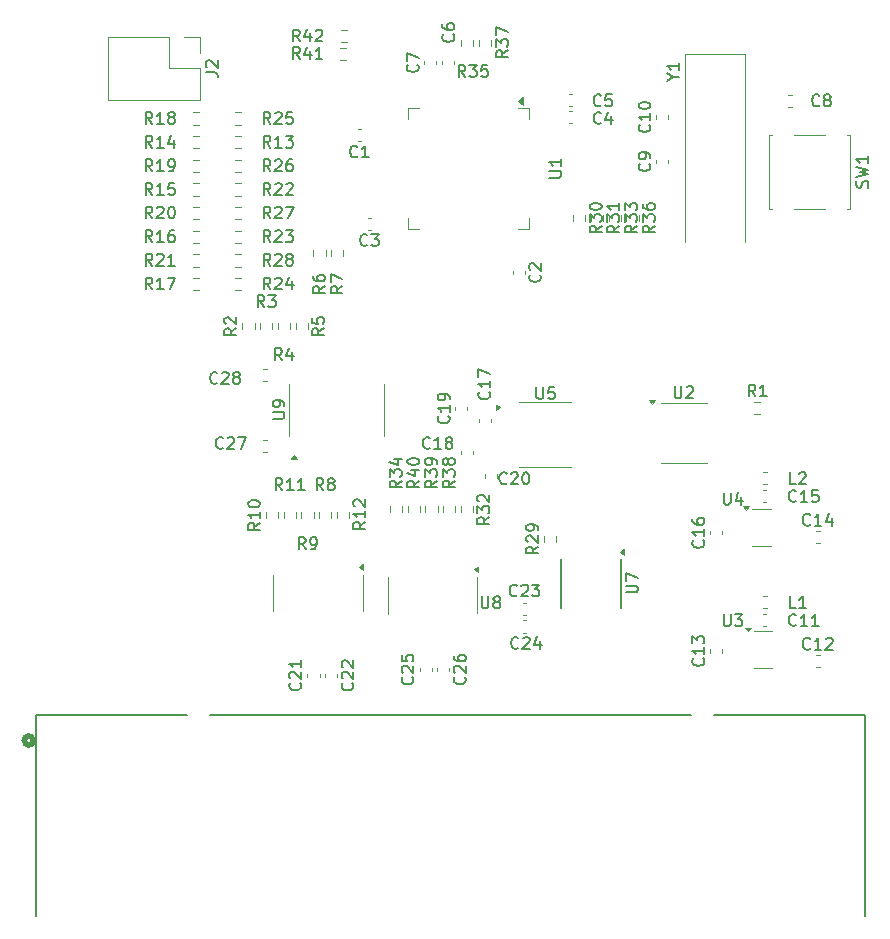
<source format=gbr>
%TF.GenerationSoftware,KiCad,Pcbnew,9.0.1*%
%TF.CreationDate,2025-10-29T09:39:47+01:00*%
%TF.ProjectId,ZoneECU,5a6f6e65-4543-4552-9e6b-696361645f70,rev?*%
%TF.SameCoordinates,Original*%
%TF.FileFunction,Legend,Top*%
%TF.FilePolarity,Positive*%
%FSLAX46Y46*%
G04 Gerber Fmt 4.6, Leading zero omitted, Abs format (unit mm)*
G04 Created by KiCad (PCBNEW 9.0.1) date 2025-10-29 09:39:47*
%MOMM*%
%LPD*%
G01*
G04 APERTURE LIST*
%ADD10C,0.150000*%
%ADD11C,0.120000*%
%ADD12C,0.152400*%
%ADD13C,0.508000*%
G04 APERTURE END LIST*
D10*
X117357142Y-79454819D02*
X117023809Y-78978628D01*
X116785714Y-79454819D02*
X116785714Y-78454819D01*
X116785714Y-78454819D02*
X117166666Y-78454819D01*
X117166666Y-78454819D02*
X117261904Y-78502438D01*
X117261904Y-78502438D02*
X117309523Y-78550057D01*
X117309523Y-78550057D02*
X117357142Y-78645295D01*
X117357142Y-78645295D02*
X117357142Y-78788152D01*
X117357142Y-78788152D02*
X117309523Y-78883390D01*
X117309523Y-78883390D02*
X117261904Y-78931009D01*
X117261904Y-78931009D02*
X117166666Y-78978628D01*
X117166666Y-78978628D02*
X116785714Y-78978628D01*
X118214285Y-78788152D02*
X118214285Y-79454819D01*
X117976190Y-78407200D02*
X117738095Y-79121485D01*
X117738095Y-79121485D02*
X118357142Y-79121485D01*
X118690476Y-78550057D02*
X118738095Y-78502438D01*
X118738095Y-78502438D02*
X118833333Y-78454819D01*
X118833333Y-78454819D02*
X119071428Y-78454819D01*
X119071428Y-78454819D02*
X119166666Y-78502438D01*
X119166666Y-78502438D02*
X119214285Y-78550057D01*
X119214285Y-78550057D02*
X119261904Y-78645295D01*
X119261904Y-78645295D02*
X119261904Y-78740533D01*
X119261904Y-78740533D02*
X119214285Y-78883390D01*
X119214285Y-78883390D02*
X118642857Y-79454819D01*
X118642857Y-79454819D02*
X119261904Y-79454819D01*
X117357142Y-80954819D02*
X117023809Y-80478628D01*
X116785714Y-80954819D02*
X116785714Y-79954819D01*
X116785714Y-79954819D02*
X117166666Y-79954819D01*
X117166666Y-79954819D02*
X117261904Y-80002438D01*
X117261904Y-80002438D02*
X117309523Y-80050057D01*
X117309523Y-80050057D02*
X117357142Y-80145295D01*
X117357142Y-80145295D02*
X117357142Y-80288152D01*
X117357142Y-80288152D02*
X117309523Y-80383390D01*
X117309523Y-80383390D02*
X117261904Y-80431009D01*
X117261904Y-80431009D02*
X117166666Y-80478628D01*
X117166666Y-80478628D02*
X116785714Y-80478628D01*
X118214285Y-80288152D02*
X118214285Y-80954819D01*
X117976190Y-79907200D02*
X117738095Y-80621485D01*
X117738095Y-80621485D02*
X118357142Y-80621485D01*
X119261904Y-80954819D02*
X118690476Y-80954819D01*
X118976190Y-80954819D02*
X118976190Y-79954819D01*
X118976190Y-79954819D02*
X118880952Y-80097676D01*
X118880952Y-80097676D02*
X118785714Y-80192914D01*
X118785714Y-80192914D02*
X118690476Y-80240533D01*
X109374819Y-82063333D02*
X110089104Y-82063333D01*
X110089104Y-82063333D02*
X110231961Y-82110952D01*
X110231961Y-82110952D02*
X110327200Y-82206190D01*
X110327200Y-82206190D02*
X110374819Y-82349047D01*
X110374819Y-82349047D02*
X110374819Y-82444285D01*
X109470057Y-81634761D02*
X109422438Y-81587142D01*
X109422438Y-81587142D02*
X109374819Y-81491904D01*
X109374819Y-81491904D02*
X109374819Y-81253809D01*
X109374819Y-81253809D02*
X109422438Y-81158571D01*
X109422438Y-81158571D02*
X109470057Y-81110952D01*
X109470057Y-81110952D02*
X109565295Y-81063333D01*
X109565295Y-81063333D02*
X109660533Y-81063333D01*
X109660533Y-81063333D02*
X109803390Y-81110952D01*
X109803390Y-81110952D02*
X110374819Y-81682380D01*
X110374819Y-81682380D02*
X110374819Y-81063333D01*
X151492080Y-121705357D02*
X151539700Y-121752976D01*
X151539700Y-121752976D02*
X151587319Y-121895833D01*
X151587319Y-121895833D02*
X151587319Y-121991071D01*
X151587319Y-121991071D02*
X151539700Y-122133928D01*
X151539700Y-122133928D02*
X151444461Y-122229166D01*
X151444461Y-122229166D02*
X151349223Y-122276785D01*
X151349223Y-122276785D02*
X151158747Y-122324404D01*
X151158747Y-122324404D02*
X151015890Y-122324404D01*
X151015890Y-122324404D02*
X150825414Y-122276785D01*
X150825414Y-122276785D02*
X150730176Y-122229166D01*
X150730176Y-122229166D02*
X150634938Y-122133928D01*
X150634938Y-122133928D02*
X150587319Y-121991071D01*
X150587319Y-121991071D02*
X150587319Y-121895833D01*
X150587319Y-121895833D02*
X150634938Y-121752976D01*
X150634938Y-121752976D02*
X150682557Y-121705357D01*
X151587319Y-120752976D02*
X151587319Y-121324404D01*
X151587319Y-121038690D02*
X150587319Y-121038690D01*
X150587319Y-121038690D02*
X150730176Y-121133928D01*
X150730176Y-121133928D02*
X150825414Y-121229166D01*
X150825414Y-121229166D02*
X150873033Y-121324404D01*
X150587319Y-119895833D02*
X150587319Y-120086309D01*
X150587319Y-120086309D02*
X150634938Y-120181547D01*
X150634938Y-120181547D02*
X150682557Y-120229166D01*
X150682557Y-120229166D02*
X150825414Y-120324404D01*
X150825414Y-120324404D02*
X151015890Y-120372023D01*
X151015890Y-120372023D02*
X151396842Y-120372023D01*
X151396842Y-120372023D02*
X151492080Y-120324404D01*
X151492080Y-120324404D02*
X151539700Y-120276785D01*
X151539700Y-120276785D02*
X151587319Y-120181547D01*
X151587319Y-120181547D02*
X151587319Y-119991071D01*
X151587319Y-119991071D02*
X151539700Y-119895833D01*
X151539700Y-119895833D02*
X151492080Y-119848214D01*
X151492080Y-119848214D02*
X151396842Y-119800595D01*
X151396842Y-119800595D02*
X151158747Y-119800595D01*
X151158747Y-119800595D02*
X151063509Y-119848214D01*
X151063509Y-119848214D02*
X151015890Y-119895833D01*
X151015890Y-119895833D02*
X150968271Y-119991071D01*
X150968271Y-119991071D02*
X150968271Y-120181547D01*
X150968271Y-120181547D02*
X151015890Y-120276785D01*
X151015890Y-120276785D02*
X151063509Y-120324404D01*
X151063509Y-120324404D02*
X151158747Y-120372023D01*
X113954819Y-120230357D02*
X113478628Y-120563690D01*
X113954819Y-120801785D02*
X112954819Y-120801785D01*
X112954819Y-120801785D02*
X112954819Y-120420833D01*
X112954819Y-120420833D02*
X113002438Y-120325595D01*
X113002438Y-120325595D02*
X113050057Y-120277976D01*
X113050057Y-120277976D02*
X113145295Y-120230357D01*
X113145295Y-120230357D02*
X113288152Y-120230357D01*
X113288152Y-120230357D02*
X113383390Y-120277976D01*
X113383390Y-120277976D02*
X113431009Y-120325595D01*
X113431009Y-120325595D02*
X113478628Y-120420833D01*
X113478628Y-120420833D02*
X113478628Y-120801785D01*
X113954819Y-119277976D02*
X113954819Y-119849404D01*
X113954819Y-119563690D02*
X112954819Y-119563690D01*
X112954819Y-119563690D02*
X113097676Y-119658928D01*
X113097676Y-119658928D02*
X113192914Y-119754166D01*
X113192914Y-119754166D02*
X113240533Y-119849404D01*
X112954819Y-118658928D02*
X112954819Y-118563690D01*
X112954819Y-118563690D02*
X113002438Y-118468452D01*
X113002438Y-118468452D02*
X113050057Y-118420833D01*
X113050057Y-118420833D02*
X113145295Y-118373214D01*
X113145295Y-118373214D02*
X113335771Y-118325595D01*
X113335771Y-118325595D02*
X113573866Y-118325595D01*
X113573866Y-118325595D02*
X113764342Y-118373214D01*
X113764342Y-118373214D02*
X113859580Y-118420833D01*
X113859580Y-118420833D02*
X113907200Y-118468452D01*
X113907200Y-118468452D02*
X113954819Y-118563690D01*
X113954819Y-118563690D02*
X113954819Y-118658928D01*
X113954819Y-118658928D02*
X113907200Y-118754166D01*
X113907200Y-118754166D02*
X113859580Y-118801785D01*
X113859580Y-118801785D02*
X113764342Y-118849404D01*
X113764342Y-118849404D02*
X113573866Y-118897023D01*
X113573866Y-118897023D02*
X113335771Y-118897023D01*
X113335771Y-118897023D02*
X113145295Y-118849404D01*
X113145295Y-118849404D02*
X113050057Y-118801785D01*
X113050057Y-118801785D02*
X113002438Y-118754166D01*
X113002438Y-118754166D02*
X112954819Y-118658928D01*
X155920833Y-109524819D02*
X155587500Y-109048628D01*
X155349405Y-109524819D02*
X155349405Y-108524819D01*
X155349405Y-108524819D02*
X155730357Y-108524819D01*
X155730357Y-108524819D02*
X155825595Y-108572438D01*
X155825595Y-108572438D02*
X155873214Y-108620057D01*
X155873214Y-108620057D02*
X155920833Y-108715295D01*
X155920833Y-108715295D02*
X155920833Y-108858152D01*
X155920833Y-108858152D02*
X155873214Y-108953390D01*
X155873214Y-108953390D02*
X155825595Y-109001009D01*
X155825595Y-109001009D02*
X155730357Y-109048628D01*
X155730357Y-109048628D02*
X155349405Y-109048628D01*
X156873214Y-109524819D02*
X156301786Y-109524819D01*
X156587500Y-109524819D02*
X156587500Y-108524819D01*
X156587500Y-108524819D02*
X156492262Y-108667676D01*
X156492262Y-108667676D02*
X156397024Y-108762914D01*
X156397024Y-108762914D02*
X156301786Y-108810533D01*
X133359580Y-109142857D02*
X133407200Y-109190476D01*
X133407200Y-109190476D02*
X133454819Y-109333333D01*
X133454819Y-109333333D02*
X133454819Y-109428571D01*
X133454819Y-109428571D02*
X133407200Y-109571428D01*
X133407200Y-109571428D02*
X133311961Y-109666666D01*
X133311961Y-109666666D02*
X133216723Y-109714285D01*
X133216723Y-109714285D02*
X133026247Y-109761904D01*
X133026247Y-109761904D02*
X132883390Y-109761904D01*
X132883390Y-109761904D02*
X132692914Y-109714285D01*
X132692914Y-109714285D02*
X132597676Y-109666666D01*
X132597676Y-109666666D02*
X132502438Y-109571428D01*
X132502438Y-109571428D02*
X132454819Y-109428571D01*
X132454819Y-109428571D02*
X132454819Y-109333333D01*
X132454819Y-109333333D02*
X132502438Y-109190476D01*
X132502438Y-109190476D02*
X132550057Y-109142857D01*
X133454819Y-108190476D02*
X133454819Y-108761904D01*
X133454819Y-108476190D02*
X132454819Y-108476190D01*
X132454819Y-108476190D02*
X132597676Y-108571428D01*
X132597676Y-108571428D02*
X132692914Y-108666666D01*
X132692914Y-108666666D02*
X132740533Y-108761904D01*
X132454819Y-107857142D02*
X132454819Y-107190476D01*
X132454819Y-107190476D02*
X133454819Y-107619047D01*
X110357142Y-108359580D02*
X110309523Y-108407200D01*
X110309523Y-108407200D02*
X110166666Y-108454819D01*
X110166666Y-108454819D02*
X110071428Y-108454819D01*
X110071428Y-108454819D02*
X109928571Y-108407200D01*
X109928571Y-108407200D02*
X109833333Y-108311961D01*
X109833333Y-108311961D02*
X109785714Y-108216723D01*
X109785714Y-108216723D02*
X109738095Y-108026247D01*
X109738095Y-108026247D02*
X109738095Y-107883390D01*
X109738095Y-107883390D02*
X109785714Y-107692914D01*
X109785714Y-107692914D02*
X109833333Y-107597676D01*
X109833333Y-107597676D02*
X109928571Y-107502438D01*
X109928571Y-107502438D02*
X110071428Y-107454819D01*
X110071428Y-107454819D02*
X110166666Y-107454819D01*
X110166666Y-107454819D02*
X110309523Y-107502438D01*
X110309523Y-107502438D02*
X110357142Y-107550057D01*
X110738095Y-107550057D02*
X110785714Y-107502438D01*
X110785714Y-107502438D02*
X110880952Y-107454819D01*
X110880952Y-107454819D02*
X111119047Y-107454819D01*
X111119047Y-107454819D02*
X111214285Y-107502438D01*
X111214285Y-107502438D02*
X111261904Y-107550057D01*
X111261904Y-107550057D02*
X111309523Y-107645295D01*
X111309523Y-107645295D02*
X111309523Y-107740533D01*
X111309523Y-107740533D02*
X111261904Y-107883390D01*
X111261904Y-107883390D02*
X110690476Y-108454819D01*
X110690476Y-108454819D02*
X111309523Y-108454819D01*
X111880952Y-107883390D02*
X111785714Y-107835771D01*
X111785714Y-107835771D02*
X111738095Y-107788152D01*
X111738095Y-107788152D02*
X111690476Y-107692914D01*
X111690476Y-107692914D02*
X111690476Y-107645295D01*
X111690476Y-107645295D02*
X111738095Y-107550057D01*
X111738095Y-107550057D02*
X111785714Y-107502438D01*
X111785714Y-107502438D02*
X111880952Y-107454819D01*
X111880952Y-107454819D02*
X112071428Y-107454819D01*
X112071428Y-107454819D02*
X112166666Y-107502438D01*
X112166666Y-107502438D02*
X112214285Y-107550057D01*
X112214285Y-107550057D02*
X112261904Y-107645295D01*
X112261904Y-107645295D02*
X112261904Y-107692914D01*
X112261904Y-107692914D02*
X112214285Y-107788152D01*
X112214285Y-107788152D02*
X112166666Y-107835771D01*
X112166666Y-107835771D02*
X112071428Y-107883390D01*
X112071428Y-107883390D02*
X111880952Y-107883390D01*
X111880952Y-107883390D02*
X111785714Y-107931009D01*
X111785714Y-107931009D02*
X111738095Y-107978628D01*
X111738095Y-107978628D02*
X111690476Y-108073866D01*
X111690476Y-108073866D02*
X111690476Y-108264342D01*
X111690476Y-108264342D02*
X111738095Y-108359580D01*
X111738095Y-108359580D02*
X111785714Y-108407200D01*
X111785714Y-108407200D02*
X111880952Y-108454819D01*
X111880952Y-108454819D02*
X112071428Y-108454819D01*
X112071428Y-108454819D02*
X112166666Y-108407200D01*
X112166666Y-108407200D02*
X112214285Y-108359580D01*
X112214285Y-108359580D02*
X112261904Y-108264342D01*
X112261904Y-108264342D02*
X112261904Y-108073866D01*
X112261904Y-108073866D02*
X112214285Y-107978628D01*
X112214285Y-107978628D02*
X112166666Y-107931009D01*
X112166666Y-107931009D02*
X112071428Y-107883390D01*
X127454819Y-116642857D02*
X126978628Y-116976190D01*
X127454819Y-117214285D02*
X126454819Y-117214285D01*
X126454819Y-117214285D02*
X126454819Y-116833333D01*
X126454819Y-116833333D02*
X126502438Y-116738095D01*
X126502438Y-116738095D02*
X126550057Y-116690476D01*
X126550057Y-116690476D02*
X126645295Y-116642857D01*
X126645295Y-116642857D02*
X126788152Y-116642857D01*
X126788152Y-116642857D02*
X126883390Y-116690476D01*
X126883390Y-116690476D02*
X126931009Y-116738095D01*
X126931009Y-116738095D02*
X126978628Y-116833333D01*
X126978628Y-116833333D02*
X126978628Y-117214285D01*
X126788152Y-115785714D02*
X127454819Y-115785714D01*
X126407200Y-116023809D02*
X127121485Y-116261904D01*
X127121485Y-116261904D02*
X127121485Y-115642857D01*
X126454819Y-115071428D02*
X126454819Y-114976190D01*
X126454819Y-114976190D02*
X126502438Y-114880952D01*
X126502438Y-114880952D02*
X126550057Y-114833333D01*
X126550057Y-114833333D02*
X126645295Y-114785714D01*
X126645295Y-114785714D02*
X126835771Y-114738095D01*
X126835771Y-114738095D02*
X127073866Y-114738095D01*
X127073866Y-114738095D02*
X127264342Y-114785714D01*
X127264342Y-114785714D02*
X127359580Y-114833333D01*
X127359580Y-114833333D02*
X127407200Y-114880952D01*
X127407200Y-114880952D02*
X127454819Y-114976190D01*
X127454819Y-114976190D02*
X127454819Y-115071428D01*
X127454819Y-115071428D02*
X127407200Y-115166666D01*
X127407200Y-115166666D02*
X127359580Y-115214285D01*
X127359580Y-115214285D02*
X127264342Y-115261904D01*
X127264342Y-115261904D02*
X127073866Y-115309523D01*
X127073866Y-115309523D02*
X126835771Y-115309523D01*
X126835771Y-115309523D02*
X126645295Y-115261904D01*
X126645295Y-115261904D02*
X126550057Y-115214285D01*
X126550057Y-115214285D02*
X126502438Y-115166666D01*
X126502438Y-115166666D02*
X126454819Y-115071428D01*
X115833333Y-106454819D02*
X115500000Y-105978628D01*
X115261905Y-106454819D02*
X115261905Y-105454819D01*
X115261905Y-105454819D02*
X115642857Y-105454819D01*
X115642857Y-105454819D02*
X115738095Y-105502438D01*
X115738095Y-105502438D02*
X115785714Y-105550057D01*
X115785714Y-105550057D02*
X115833333Y-105645295D01*
X115833333Y-105645295D02*
X115833333Y-105788152D01*
X115833333Y-105788152D02*
X115785714Y-105883390D01*
X115785714Y-105883390D02*
X115738095Y-105931009D01*
X115738095Y-105931009D02*
X115642857Y-105978628D01*
X115642857Y-105978628D02*
X115261905Y-105978628D01*
X116690476Y-105788152D02*
X116690476Y-106454819D01*
X116452381Y-105407200D02*
X116214286Y-106121485D01*
X116214286Y-106121485D02*
X116833333Y-106121485D01*
X135719642Y-126359580D02*
X135672023Y-126407200D01*
X135672023Y-126407200D02*
X135529166Y-126454819D01*
X135529166Y-126454819D02*
X135433928Y-126454819D01*
X135433928Y-126454819D02*
X135291071Y-126407200D01*
X135291071Y-126407200D02*
X135195833Y-126311961D01*
X135195833Y-126311961D02*
X135148214Y-126216723D01*
X135148214Y-126216723D02*
X135100595Y-126026247D01*
X135100595Y-126026247D02*
X135100595Y-125883390D01*
X135100595Y-125883390D02*
X135148214Y-125692914D01*
X135148214Y-125692914D02*
X135195833Y-125597676D01*
X135195833Y-125597676D02*
X135291071Y-125502438D01*
X135291071Y-125502438D02*
X135433928Y-125454819D01*
X135433928Y-125454819D02*
X135529166Y-125454819D01*
X135529166Y-125454819D02*
X135672023Y-125502438D01*
X135672023Y-125502438D02*
X135719642Y-125550057D01*
X136100595Y-125550057D02*
X136148214Y-125502438D01*
X136148214Y-125502438D02*
X136243452Y-125454819D01*
X136243452Y-125454819D02*
X136481547Y-125454819D01*
X136481547Y-125454819D02*
X136576785Y-125502438D01*
X136576785Y-125502438D02*
X136624404Y-125550057D01*
X136624404Y-125550057D02*
X136672023Y-125645295D01*
X136672023Y-125645295D02*
X136672023Y-125740533D01*
X136672023Y-125740533D02*
X136624404Y-125883390D01*
X136624404Y-125883390D02*
X136052976Y-126454819D01*
X136052976Y-126454819D02*
X136672023Y-126454819D01*
X137005357Y-125454819D02*
X137624404Y-125454819D01*
X137624404Y-125454819D02*
X137291071Y-125835771D01*
X137291071Y-125835771D02*
X137433928Y-125835771D01*
X137433928Y-125835771D02*
X137529166Y-125883390D01*
X137529166Y-125883390D02*
X137576785Y-125931009D01*
X137576785Y-125931009D02*
X137624404Y-126026247D01*
X137624404Y-126026247D02*
X137624404Y-126264342D01*
X137624404Y-126264342D02*
X137576785Y-126359580D01*
X137576785Y-126359580D02*
X137529166Y-126407200D01*
X137529166Y-126407200D02*
X137433928Y-126454819D01*
X137433928Y-126454819D02*
X137148214Y-126454819D01*
X137148214Y-126454819D02*
X137052976Y-126407200D01*
X137052976Y-126407200D02*
X137005357Y-126359580D01*
X160557142Y-120354580D02*
X160509523Y-120402200D01*
X160509523Y-120402200D02*
X160366666Y-120449819D01*
X160366666Y-120449819D02*
X160271428Y-120449819D01*
X160271428Y-120449819D02*
X160128571Y-120402200D01*
X160128571Y-120402200D02*
X160033333Y-120306961D01*
X160033333Y-120306961D02*
X159985714Y-120211723D01*
X159985714Y-120211723D02*
X159938095Y-120021247D01*
X159938095Y-120021247D02*
X159938095Y-119878390D01*
X159938095Y-119878390D02*
X159985714Y-119687914D01*
X159985714Y-119687914D02*
X160033333Y-119592676D01*
X160033333Y-119592676D02*
X160128571Y-119497438D01*
X160128571Y-119497438D02*
X160271428Y-119449819D01*
X160271428Y-119449819D02*
X160366666Y-119449819D01*
X160366666Y-119449819D02*
X160509523Y-119497438D01*
X160509523Y-119497438D02*
X160557142Y-119545057D01*
X161509523Y-120449819D02*
X160938095Y-120449819D01*
X161223809Y-120449819D02*
X161223809Y-119449819D01*
X161223809Y-119449819D02*
X161128571Y-119592676D01*
X161128571Y-119592676D02*
X161033333Y-119687914D01*
X161033333Y-119687914D02*
X160938095Y-119735533D01*
X162366666Y-119783152D02*
X162366666Y-120449819D01*
X162128571Y-119402200D02*
X161890476Y-120116485D01*
X161890476Y-120116485D02*
X162509523Y-120116485D01*
X133384819Y-119730357D02*
X132908628Y-120063690D01*
X133384819Y-120301785D02*
X132384819Y-120301785D01*
X132384819Y-120301785D02*
X132384819Y-119920833D01*
X132384819Y-119920833D02*
X132432438Y-119825595D01*
X132432438Y-119825595D02*
X132480057Y-119777976D01*
X132480057Y-119777976D02*
X132575295Y-119730357D01*
X132575295Y-119730357D02*
X132718152Y-119730357D01*
X132718152Y-119730357D02*
X132813390Y-119777976D01*
X132813390Y-119777976D02*
X132861009Y-119825595D01*
X132861009Y-119825595D02*
X132908628Y-119920833D01*
X132908628Y-119920833D02*
X132908628Y-120301785D01*
X132384819Y-119397023D02*
X132384819Y-118777976D01*
X132384819Y-118777976D02*
X132765771Y-119111309D01*
X132765771Y-119111309D02*
X132765771Y-118968452D01*
X132765771Y-118968452D02*
X132813390Y-118873214D01*
X132813390Y-118873214D02*
X132861009Y-118825595D01*
X132861009Y-118825595D02*
X132956247Y-118777976D01*
X132956247Y-118777976D02*
X133194342Y-118777976D01*
X133194342Y-118777976D02*
X133289580Y-118825595D01*
X133289580Y-118825595D02*
X133337200Y-118873214D01*
X133337200Y-118873214D02*
X133384819Y-118968452D01*
X133384819Y-118968452D02*
X133384819Y-119254166D01*
X133384819Y-119254166D02*
X133337200Y-119349404D01*
X133337200Y-119349404D02*
X133289580Y-119397023D01*
X132480057Y-118397023D02*
X132432438Y-118349404D01*
X132432438Y-118349404D02*
X132384819Y-118254166D01*
X132384819Y-118254166D02*
X132384819Y-118016071D01*
X132384819Y-118016071D02*
X132432438Y-117920833D01*
X132432438Y-117920833D02*
X132480057Y-117873214D01*
X132480057Y-117873214D02*
X132575295Y-117825595D01*
X132575295Y-117825595D02*
X132670533Y-117825595D01*
X132670533Y-117825595D02*
X132813390Y-117873214D01*
X132813390Y-117873214D02*
X133384819Y-118444642D01*
X133384819Y-118444642D02*
X133384819Y-117825595D01*
X130454819Y-116642857D02*
X129978628Y-116976190D01*
X130454819Y-117214285D02*
X129454819Y-117214285D01*
X129454819Y-117214285D02*
X129454819Y-116833333D01*
X129454819Y-116833333D02*
X129502438Y-116738095D01*
X129502438Y-116738095D02*
X129550057Y-116690476D01*
X129550057Y-116690476D02*
X129645295Y-116642857D01*
X129645295Y-116642857D02*
X129788152Y-116642857D01*
X129788152Y-116642857D02*
X129883390Y-116690476D01*
X129883390Y-116690476D02*
X129931009Y-116738095D01*
X129931009Y-116738095D02*
X129978628Y-116833333D01*
X129978628Y-116833333D02*
X129978628Y-117214285D01*
X129454819Y-116309523D02*
X129454819Y-115690476D01*
X129454819Y-115690476D02*
X129835771Y-116023809D01*
X129835771Y-116023809D02*
X129835771Y-115880952D01*
X129835771Y-115880952D02*
X129883390Y-115785714D01*
X129883390Y-115785714D02*
X129931009Y-115738095D01*
X129931009Y-115738095D02*
X130026247Y-115690476D01*
X130026247Y-115690476D02*
X130264342Y-115690476D01*
X130264342Y-115690476D02*
X130359580Y-115738095D01*
X130359580Y-115738095D02*
X130407200Y-115785714D01*
X130407200Y-115785714D02*
X130454819Y-115880952D01*
X130454819Y-115880952D02*
X130454819Y-116166666D01*
X130454819Y-116166666D02*
X130407200Y-116261904D01*
X130407200Y-116261904D02*
X130359580Y-116309523D01*
X129883390Y-115119047D02*
X129835771Y-115214285D01*
X129835771Y-115214285D02*
X129788152Y-115261904D01*
X129788152Y-115261904D02*
X129692914Y-115309523D01*
X129692914Y-115309523D02*
X129645295Y-115309523D01*
X129645295Y-115309523D02*
X129550057Y-115261904D01*
X129550057Y-115261904D02*
X129502438Y-115214285D01*
X129502438Y-115214285D02*
X129454819Y-115119047D01*
X129454819Y-115119047D02*
X129454819Y-114928571D01*
X129454819Y-114928571D02*
X129502438Y-114833333D01*
X129502438Y-114833333D02*
X129550057Y-114785714D01*
X129550057Y-114785714D02*
X129645295Y-114738095D01*
X129645295Y-114738095D02*
X129692914Y-114738095D01*
X129692914Y-114738095D02*
X129788152Y-114785714D01*
X129788152Y-114785714D02*
X129835771Y-114833333D01*
X129835771Y-114833333D02*
X129883390Y-114928571D01*
X129883390Y-114928571D02*
X129883390Y-115119047D01*
X129883390Y-115119047D02*
X129931009Y-115214285D01*
X129931009Y-115214285D02*
X129978628Y-115261904D01*
X129978628Y-115261904D02*
X130073866Y-115309523D01*
X130073866Y-115309523D02*
X130264342Y-115309523D01*
X130264342Y-115309523D02*
X130359580Y-115261904D01*
X130359580Y-115261904D02*
X130407200Y-115214285D01*
X130407200Y-115214285D02*
X130454819Y-115119047D01*
X130454819Y-115119047D02*
X130454819Y-114928571D01*
X130454819Y-114928571D02*
X130407200Y-114833333D01*
X130407200Y-114833333D02*
X130359580Y-114785714D01*
X130359580Y-114785714D02*
X130264342Y-114738095D01*
X130264342Y-114738095D02*
X130073866Y-114738095D01*
X130073866Y-114738095D02*
X129978628Y-114785714D01*
X129978628Y-114785714D02*
X129931009Y-114833333D01*
X129931009Y-114833333D02*
X129883390Y-114928571D01*
X132738095Y-126454819D02*
X132738095Y-127264342D01*
X132738095Y-127264342D02*
X132785714Y-127359580D01*
X132785714Y-127359580D02*
X132833333Y-127407200D01*
X132833333Y-127407200D02*
X132928571Y-127454819D01*
X132928571Y-127454819D02*
X133119047Y-127454819D01*
X133119047Y-127454819D02*
X133214285Y-127407200D01*
X133214285Y-127407200D02*
X133261904Y-127359580D01*
X133261904Y-127359580D02*
X133309523Y-127264342D01*
X133309523Y-127264342D02*
X133309523Y-126454819D01*
X133928571Y-126883390D02*
X133833333Y-126835771D01*
X133833333Y-126835771D02*
X133785714Y-126788152D01*
X133785714Y-126788152D02*
X133738095Y-126692914D01*
X133738095Y-126692914D02*
X133738095Y-126645295D01*
X133738095Y-126645295D02*
X133785714Y-126550057D01*
X133785714Y-126550057D02*
X133833333Y-126502438D01*
X133833333Y-126502438D02*
X133928571Y-126454819D01*
X133928571Y-126454819D02*
X134119047Y-126454819D01*
X134119047Y-126454819D02*
X134214285Y-126502438D01*
X134214285Y-126502438D02*
X134261904Y-126550057D01*
X134261904Y-126550057D02*
X134309523Y-126645295D01*
X134309523Y-126645295D02*
X134309523Y-126692914D01*
X134309523Y-126692914D02*
X134261904Y-126788152D01*
X134261904Y-126788152D02*
X134214285Y-126835771D01*
X134214285Y-126835771D02*
X134119047Y-126883390D01*
X134119047Y-126883390D02*
X133928571Y-126883390D01*
X133928571Y-126883390D02*
X133833333Y-126931009D01*
X133833333Y-126931009D02*
X133785714Y-126978628D01*
X133785714Y-126978628D02*
X133738095Y-127073866D01*
X133738095Y-127073866D02*
X133738095Y-127264342D01*
X133738095Y-127264342D02*
X133785714Y-127359580D01*
X133785714Y-127359580D02*
X133833333Y-127407200D01*
X133833333Y-127407200D02*
X133928571Y-127454819D01*
X133928571Y-127454819D02*
X134119047Y-127454819D01*
X134119047Y-127454819D02*
X134214285Y-127407200D01*
X134214285Y-127407200D02*
X134261904Y-127359580D01*
X134261904Y-127359580D02*
X134309523Y-127264342D01*
X134309523Y-127264342D02*
X134309523Y-127073866D01*
X134309523Y-127073866D02*
X134261904Y-126978628D01*
X134261904Y-126978628D02*
X134214285Y-126931009D01*
X134214285Y-126931009D02*
X134119047Y-126883390D01*
X114333333Y-101954819D02*
X114000000Y-101478628D01*
X113761905Y-101954819D02*
X113761905Y-100954819D01*
X113761905Y-100954819D02*
X114142857Y-100954819D01*
X114142857Y-100954819D02*
X114238095Y-101002438D01*
X114238095Y-101002438D02*
X114285714Y-101050057D01*
X114285714Y-101050057D02*
X114333333Y-101145295D01*
X114333333Y-101145295D02*
X114333333Y-101288152D01*
X114333333Y-101288152D02*
X114285714Y-101383390D01*
X114285714Y-101383390D02*
X114238095Y-101431009D01*
X114238095Y-101431009D02*
X114142857Y-101478628D01*
X114142857Y-101478628D02*
X113761905Y-101478628D01*
X114666667Y-100954819D02*
X115285714Y-100954819D01*
X115285714Y-100954819D02*
X114952381Y-101335771D01*
X114952381Y-101335771D02*
X115095238Y-101335771D01*
X115095238Y-101335771D02*
X115190476Y-101383390D01*
X115190476Y-101383390D02*
X115238095Y-101431009D01*
X115238095Y-101431009D02*
X115285714Y-101526247D01*
X115285714Y-101526247D02*
X115285714Y-101764342D01*
X115285714Y-101764342D02*
X115238095Y-101859580D01*
X115238095Y-101859580D02*
X115190476Y-101907200D01*
X115190476Y-101907200D02*
X115095238Y-101954819D01*
X115095238Y-101954819D02*
X114809524Y-101954819D01*
X114809524Y-101954819D02*
X114714286Y-101907200D01*
X114714286Y-101907200D02*
X114666667Y-101859580D01*
X131289580Y-133280357D02*
X131337200Y-133327976D01*
X131337200Y-133327976D02*
X131384819Y-133470833D01*
X131384819Y-133470833D02*
X131384819Y-133566071D01*
X131384819Y-133566071D02*
X131337200Y-133708928D01*
X131337200Y-133708928D02*
X131241961Y-133804166D01*
X131241961Y-133804166D02*
X131146723Y-133851785D01*
X131146723Y-133851785D02*
X130956247Y-133899404D01*
X130956247Y-133899404D02*
X130813390Y-133899404D01*
X130813390Y-133899404D02*
X130622914Y-133851785D01*
X130622914Y-133851785D02*
X130527676Y-133804166D01*
X130527676Y-133804166D02*
X130432438Y-133708928D01*
X130432438Y-133708928D02*
X130384819Y-133566071D01*
X130384819Y-133566071D02*
X130384819Y-133470833D01*
X130384819Y-133470833D02*
X130432438Y-133327976D01*
X130432438Y-133327976D02*
X130480057Y-133280357D01*
X130480057Y-132899404D02*
X130432438Y-132851785D01*
X130432438Y-132851785D02*
X130384819Y-132756547D01*
X130384819Y-132756547D02*
X130384819Y-132518452D01*
X130384819Y-132518452D02*
X130432438Y-132423214D01*
X130432438Y-132423214D02*
X130480057Y-132375595D01*
X130480057Y-132375595D02*
X130575295Y-132327976D01*
X130575295Y-132327976D02*
X130670533Y-132327976D01*
X130670533Y-132327976D02*
X130813390Y-132375595D01*
X130813390Y-132375595D02*
X131384819Y-132947023D01*
X131384819Y-132947023D02*
X131384819Y-132327976D01*
X130384819Y-131470833D02*
X130384819Y-131661309D01*
X130384819Y-131661309D02*
X130432438Y-131756547D01*
X130432438Y-131756547D02*
X130480057Y-131804166D01*
X130480057Y-131804166D02*
X130622914Y-131899404D01*
X130622914Y-131899404D02*
X130813390Y-131947023D01*
X130813390Y-131947023D02*
X131194342Y-131947023D01*
X131194342Y-131947023D02*
X131289580Y-131899404D01*
X131289580Y-131899404D02*
X131337200Y-131851785D01*
X131337200Y-131851785D02*
X131384819Y-131756547D01*
X131384819Y-131756547D02*
X131384819Y-131566071D01*
X131384819Y-131566071D02*
X131337200Y-131470833D01*
X131337200Y-131470833D02*
X131289580Y-131423214D01*
X131289580Y-131423214D02*
X131194342Y-131375595D01*
X131194342Y-131375595D02*
X130956247Y-131375595D01*
X130956247Y-131375595D02*
X130861009Y-131423214D01*
X130861009Y-131423214D02*
X130813390Y-131470833D01*
X130813390Y-131470833D02*
X130765771Y-131566071D01*
X130765771Y-131566071D02*
X130765771Y-131756547D01*
X130765771Y-131756547D02*
X130813390Y-131851785D01*
X130813390Y-131851785D02*
X130861009Y-131899404D01*
X130861009Y-131899404D02*
X130956247Y-131947023D01*
X123070833Y-96689580D02*
X123023214Y-96737200D01*
X123023214Y-96737200D02*
X122880357Y-96784819D01*
X122880357Y-96784819D02*
X122785119Y-96784819D01*
X122785119Y-96784819D02*
X122642262Y-96737200D01*
X122642262Y-96737200D02*
X122547024Y-96641961D01*
X122547024Y-96641961D02*
X122499405Y-96546723D01*
X122499405Y-96546723D02*
X122451786Y-96356247D01*
X122451786Y-96356247D02*
X122451786Y-96213390D01*
X122451786Y-96213390D02*
X122499405Y-96022914D01*
X122499405Y-96022914D02*
X122547024Y-95927676D01*
X122547024Y-95927676D02*
X122642262Y-95832438D01*
X122642262Y-95832438D02*
X122785119Y-95784819D01*
X122785119Y-95784819D02*
X122880357Y-95784819D01*
X122880357Y-95784819D02*
X123023214Y-95832438D01*
X123023214Y-95832438D02*
X123070833Y-95880057D01*
X123404167Y-95784819D02*
X124023214Y-95784819D01*
X124023214Y-95784819D02*
X123689881Y-96165771D01*
X123689881Y-96165771D02*
X123832738Y-96165771D01*
X123832738Y-96165771D02*
X123927976Y-96213390D01*
X123927976Y-96213390D02*
X123975595Y-96261009D01*
X123975595Y-96261009D02*
X124023214Y-96356247D01*
X124023214Y-96356247D02*
X124023214Y-96594342D01*
X124023214Y-96594342D02*
X123975595Y-96689580D01*
X123975595Y-96689580D02*
X123927976Y-96737200D01*
X123927976Y-96737200D02*
X123832738Y-96784819D01*
X123832738Y-96784819D02*
X123547024Y-96784819D01*
X123547024Y-96784819D02*
X123451786Y-96737200D01*
X123451786Y-96737200D02*
X123404167Y-96689580D01*
X114857142Y-90454819D02*
X114523809Y-89978628D01*
X114285714Y-90454819D02*
X114285714Y-89454819D01*
X114285714Y-89454819D02*
X114666666Y-89454819D01*
X114666666Y-89454819D02*
X114761904Y-89502438D01*
X114761904Y-89502438D02*
X114809523Y-89550057D01*
X114809523Y-89550057D02*
X114857142Y-89645295D01*
X114857142Y-89645295D02*
X114857142Y-89788152D01*
X114857142Y-89788152D02*
X114809523Y-89883390D01*
X114809523Y-89883390D02*
X114761904Y-89931009D01*
X114761904Y-89931009D02*
X114666666Y-89978628D01*
X114666666Y-89978628D02*
X114285714Y-89978628D01*
X115238095Y-89550057D02*
X115285714Y-89502438D01*
X115285714Y-89502438D02*
X115380952Y-89454819D01*
X115380952Y-89454819D02*
X115619047Y-89454819D01*
X115619047Y-89454819D02*
X115714285Y-89502438D01*
X115714285Y-89502438D02*
X115761904Y-89550057D01*
X115761904Y-89550057D02*
X115809523Y-89645295D01*
X115809523Y-89645295D02*
X115809523Y-89740533D01*
X115809523Y-89740533D02*
X115761904Y-89883390D01*
X115761904Y-89883390D02*
X115190476Y-90454819D01*
X115190476Y-90454819D02*
X115809523Y-90454819D01*
X116666666Y-89454819D02*
X116476190Y-89454819D01*
X116476190Y-89454819D02*
X116380952Y-89502438D01*
X116380952Y-89502438D02*
X116333333Y-89550057D01*
X116333333Y-89550057D02*
X116238095Y-89692914D01*
X116238095Y-89692914D02*
X116190476Y-89883390D01*
X116190476Y-89883390D02*
X116190476Y-90264342D01*
X116190476Y-90264342D02*
X116238095Y-90359580D01*
X116238095Y-90359580D02*
X116285714Y-90407200D01*
X116285714Y-90407200D02*
X116380952Y-90454819D01*
X116380952Y-90454819D02*
X116571428Y-90454819D01*
X116571428Y-90454819D02*
X116666666Y-90407200D01*
X116666666Y-90407200D02*
X116714285Y-90359580D01*
X116714285Y-90359580D02*
X116761904Y-90264342D01*
X116761904Y-90264342D02*
X116761904Y-90026247D01*
X116761904Y-90026247D02*
X116714285Y-89931009D01*
X116714285Y-89931009D02*
X116666666Y-89883390D01*
X116666666Y-89883390D02*
X116571428Y-89835771D01*
X116571428Y-89835771D02*
X116380952Y-89835771D01*
X116380952Y-89835771D02*
X116285714Y-89883390D01*
X116285714Y-89883390D02*
X116238095Y-89931009D01*
X116238095Y-89931009D02*
X116190476Y-90026247D01*
X159333333Y-116954819D02*
X158857143Y-116954819D01*
X158857143Y-116954819D02*
X158857143Y-115954819D01*
X159619048Y-116050057D02*
X159666667Y-116002438D01*
X159666667Y-116002438D02*
X159761905Y-115954819D01*
X159761905Y-115954819D02*
X160000000Y-115954819D01*
X160000000Y-115954819D02*
X160095238Y-116002438D01*
X160095238Y-116002438D02*
X160142857Y-116050057D01*
X160142857Y-116050057D02*
X160190476Y-116145295D01*
X160190476Y-116145295D02*
X160190476Y-116240533D01*
X160190476Y-116240533D02*
X160142857Y-116383390D01*
X160142857Y-116383390D02*
X159571429Y-116954819D01*
X159571429Y-116954819D02*
X160190476Y-116954819D01*
X114857142Y-86454819D02*
X114523809Y-85978628D01*
X114285714Y-86454819D02*
X114285714Y-85454819D01*
X114285714Y-85454819D02*
X114666666Y-85454819D01*
X114666666Y-85454819D02*
X114761904Y-85502438D01*
X114761904Y-85502438D02*
X114809523Y-85550057D01*
X114809523Y-85550057D02*
X114857142Y-85645295D01*
X114857142Y-85645295D02*
X114857142Y-85788152D01*
X114857142Y-85788152D02*
X114809523Y-85883390D01*
X114809523Y-85883390D02*
X114761904Y-85931009D01*
X114761904Y-85931009D02*
X114666666Y-85978628D01*
X114666666Y-85978628D02*
X114285714Y-85978628D01*
X115238095Y-85550057D02*
X115285714Y-85502438D01*
X115285714Y-85502438D02*
X115380952Y-85454819D01*
X115380952Y-85454819D02*
X115619047Y-85454819D01*
X115619047Y-85454819D02*
X115714285Y-85502438D01*
X115714285Y-85502438D02*
X115761904Y-85550057D01*
X115761904Y-85550057D02*
X115809523Y-85645295D01*
X115809523Y-85645295D02*
X115809523Y-85740533D01*
X115809523Y-85740533D02*
X115761904Y-85883390D01*
X115761904Y-85883390D02*
X115190476Y-86454819D01*
X115190476Y-86454819D02*
X115809523Y-86454819D01*
X116714285Y-85454819D02*
X116238095Y-85454819D01*
X116238095Y-85454819D02*
X116190476Y-85931009D01*
X116190476Y-85931009D02*
X116238095Y-85883390D01*
X116238095Y-85883390D02*
X116333333Y-85835771D01*
X116333333Y-85835771D02*
X116571428Y-85835771D01*
X116571428Y-85835771D02*
X116666666Y-85883390D01*
X116666666Y-85883390D02*
X116714285Y-85931009D01*
X116714285Y-85931009D02*
X116761904Y-86026247D01*
X116761904Y-86026247D02*
X116761904Y-86264342D01*
X116761904Y-86264342D02*
X116714285Y-86359580D01*
X116714285Y-86359580D02*
X116666666Y-86407200D01*
X116666666Y-86407200D02*
X116571428Y-86454819D01*
X116571428Y-86454819D02*
X116333333Y-86454819D01*
X116333333Y-86454819D02*
X116238095Y-86407200D01*
X116238095Y-86407200D02*
X116190476Y-86359580D01*
X146929580Y-89804166D02*
X146977200Y-89851785D01*
X146977200Y-89851785D02*
X147024819Y-89994642D01*
X147024819Y-89994642D02*
X147024819Y-90089880D01*
X147024819Y-90089880D02*
X146977200Y-90232737D01*
X146977200Y-90232737D02*
X146881961Y-90327975D01*
X146881961Y-90327975D02*
X146786723Y-90375594D01*
X146786723Y-90375594D02*
X146596247Y-90423213D01*
X146596247Y-90423213D02*
X146453390Y-90423213D01*
X146453390Y-90423213D02*
X146262914Y-90375594D01*
X146262914Y-90375594D02*
X146167676Y-90327975D01*
X146167676Y-90327975D02*
X146072438Y-90232737D01*
X146072438Y-90232737D02*
X146024819Y-90089880D01*
X146024819Y-90089880D02*
X146024819Y-89994642D01*
X146024819Y-89994642D02*
X146072438Y-89851785D01*
X146072438Y-89851785D02*
X146120057Y-89804166D01*
X147024819Y-89327975D02*
X147024819Y-89137499D01*
X147024819Y-89137499D02*
X146977200Y-89042261D01*
X146977200Y-89042261D02*
X146929580Y-88994642D01*
X146929580Y-88994642D02*
X146786723Y-88899404D01*
X146786723Y-88899404D02*
X146596247Y-88851785D01*
X146596247Y-88851785D02*
X146215295Y-88851785D01*
X146215295Y-88851785D02*
X146120057Y-88899404D01*
X146120057Y-88899404D02*
X146072438Y-88947023D01*
X146072438Y-88947023D02*
X146024819Y-89042261D01*
X146024819Y-89042261D02*
X146024819Y-89232737D01*
X146024819Y-89232737D02*
X146072438Y-89327975D01*
X146072438Y-89327975D02*
X146120057Y-89375594D01*
X146120057Y-89375594D02*
X146215295Y-89423213D01*
X146215295Y-89423213D02*
X146453390Y-89423213D01*
X146453390Y-89423213D02*
X146548628Y-89375594D01*
X146548628Y-89375594D02*
X146596247Y-89327975D01*
X146596247Y-89327975D02*
X146643866Y-89232737D01*
X146643866Y-89232737D02*
X146643866Y-89042261D01*
X146643866Y-89042261D02*
X146596247Y-88947023D01*
X146596247Y-88947023D02*
X146548628Y-88899404D01*
X146548628Y-88899404D02*
X146453390Y-88851785D01*
X130323402Y-78875775D02*
X130371022Y-78923394D01*
X130371022Y-78923394D02*
X130418641Y-79066251D01*
X130418641Y-79066251D02*
X130418641Y-79161489D01*
X130418641Y-79161489D02*
X130371022Y-79304346D01*
X130371022Y-79304346D02*
X130275783Y-79399584D01*
X130275783Y-79399584D02*
X130180545Y-79447203D01*
X130180545Y-79447203D02*
X129990069Y-79494822D01*
X129990069Y-79494822D02*
X129847212Y-79494822D01*
X129847212Y-79494822D02*
X129656736Y-79447203D01*
X129656736Y-79447203D02*
X129561498Y-79399584D01*
X129561498Y-79399584D02*
X129466260Y-79304346D01*
X129466260Y-79304346D02*
X129418641Y-79161489D01*
X129418641Y-79161489D02*
X129418641Y-79066251D01*
X129418641Y-79066251D02*
X129466260Y-78923394D01*
X129466260Y-78923394D02*
X129513879Y-78875775D01*
X129418641Y-78018632D02*
X129418641Y-78209108D01*
X129418641Y-78209108D02*
X129466260Y-78304346D01*
X129466260Y-78304346D02*
X129513879Y-78351965D01*
X129513879Y-78351965D02*
X129656736Y-78447203D01*
X129656736Y-78447203D02*
X129847212Y-78494822D01*
X129847212Y-78494822D02*
X130228164Y-78494822D01*
X130228164Y-78494822D02*
X130323402Y-78447203D01*
X130323402Y-78447203D02*
X130371022Y-78399584D01*
X130371022Y-78399584D02*
X130418641Y-78304346D01*
X130418641Y-78304346D02*
X130418641Y-78113870D01*
X130418641Y-78113870D02*
X130371022Y-78018632D01*
X130371022Y-78018632D02*
X130323402Y-77971013D01*
X130323402Y-77971013D02*
X130228164Y-77923394D01*
X130228164Y-77923394D02*
X129990069Y-77923394D01*
X129990069Y-77923394D02*
X129894831Y-77971013D01*
X129894831Y-77971013D02*
X129847212Y-78018632D01*
X129847212Y-78018632D02*
X129799593Y-78113870D01*
X129799593Y-78113870D02*
X129799593Y-78304346D01*
X129799593Y-78304346D02*
X129847212Y-78399584D01*
X129847212Y-78399584D02*
X129894831Y-78447203D01*
X129894831Y-78447203D02*
X129990069Y-78494822D01*
X115857142Y-117454819D02*
X115523809Y-116978628D01*
X115285714Y-117454819D02*
X115285714Y-116454819D01*
X115285714Y-116454819D02*
X115666666Y-116454819D01*
X115666666Y-116454819D02*
X115761904Y-116502438D01*
X115761904Y-116502438D02*
X115809523Y-116550057D01*
X115809523Y-116550057D02*
X115857142Y-116645295D01*
X115857142Y-116645295D02*
X115857142Y-116788152D01*
X115857142Y-116788152D02*
X115809523Y-116883390D01*
X115809523Y-116883390D02*
X115761904Y-116931009D01*
X115761904Y-116931009D02*
X115666666Y-116978628D01*
X115666666Y-116978628D02*
X115285714Y-116978628D01*
X116809523Y-117454819D02*
X116238095Y-117454819D01*
X116523809Y-117454819D02*
X116523809Y-116454819D01*
X116523809Y-116454819D02*
X116428571Y-116597676D01*
X116428571Y-116597676D02*
X116333333Y-116692914D01*
X116333333Y-116692914D02*
X116238095Y-116740533D01*
X117761904Y-117454819D02*
X117190476Y-117454819D01*
X117476190Y-117454819D02*
X117476190Y-116454819D01*
X117476190Y-116454819D02*
X117380952Y-116597676D01*
X117380952Y-116597676D02*
X117285714Y-116692914D01*
X117285714Y-116692914D02*
X117190476Y-116740533D01*
X114857142Y-96454819D02*
X114523809Y-95978628D01*
X114285714Y-96454819D02*
X114285714Y-95454819D01*
X114285714Y-95454819D02*
X114666666Y-95454819D01*
X114666666Y-95454819D02*
X114761904Y-95502438D01*
X114761904Y-95502438D02*
X114809523Y-95550057D01*
X114809523Y-95550057D02*
X114857142Y-95645295D01*
X114857142Y-95645295D02*
X114857142Y-95788152D01*
X114857142Y-95788152D02*
X114809523Y-95883390D01*
X114809523Y-95883390D02*
X114761904Y-95931009D01*
X114761904Y-95931009D02*
X114666666Y-95978628D01*
X114666666Y-95978628D02*
X114285714Y-95978628D01*
X115238095Y-95550057D02*
X115285714Y-95502438D01*
X115285714Y-95502438D02*
X115380952Y-95454819D01*
X115380952Y-95454819D02*
X115619047Y-95454819D01*
X115619047Y-95454819D02*
X115714285Y-95502438D01*
X115714285Y-95502438D02*
X115761904Y-95550057D01*
X115761904Y-95550057D02*
X115809523Y-95645295D01*
X115809523Y-95645295D02*
X115809523Y-95740533D01*
X115809523Y-95740533D02*
X115761904Y-95883390D01*
X115761904Y-95883390D02*
X115190476Y-96454819D01*
X115190476Y-96454819D02*
X115809523Y-96454819D01*
X116142857Y-95454819D02*
X116761904Y-95454819D01*
X116761904Y-95454819D02*
X116428571Y-95835771D01*
X116428571Y-95835771D02*
X116571428Y-95835771D01*
X116571428Y-95835771D02*
X116666666Y-95883390D01*
X116666666Y-95883390D02*
X116714285Y-95931009D01*
X116714285Y-95931009D02*
X116761904Y-96026247D01*
X116761904Y-96026247D02*
X116761904Y-96264342D01*
X116761904Y-96264342D02*
X116714285Y-96359580D01*
X116714285Y-96359580D02*
X116666666Y-96407200D01*
X116666666Y-96407200D02*
X116571428Y-96454819D01*
X116571428Y-96454819D02*
X116285714Y-96454819D01*
X116285714Y-96454819D02*
X116190476Y-96407200D01*
X116190476Y-96407200D02*
X116142857Y-96359580D01*
X110857142Y-113859580D02*
X110809523Y-113907200D01*
X110809523Y-113907200D02*
X110666666Y-113954819D01*
X110666666Y-113954819D02*
X110571428Y-113954819D01*
X110571428Y-113954819D02*
X110428571Y-113907200D01*
X110428571Y-113907200D02*
X110333333Y-113811961D01*
X110333333Y-113811961D02*
X110285714Y-113716723D01*
X110285714Y-113716723D02*
X110238095Y-113526247D01*
X110238095Y-113526247D02*
X110238095Y-113383390D01*
X110238095Y-113383390D02*
X110285714Y-113192914D01*
X110285714Y-113192914D02*
X110333333Y-113097676D01*
X110333333Y-113097676D02*
X110428571Y-113002438D01*
X110428571Y-113002438D02*
X110571428Y-112954819D01*
X110571428Y-112954819D02*
X110666666Y-112954819D01*
X110666666Y-112954819D02*
X110809523Y-113002438D01*
X110809523Y-113002438D02*
X110857142Y-113050057D01*
X111238095Y-113050057D02*
X111285714Y-113002438D01*
X111285714Y-113002438D02*
X111380952Y-112954819D01*
X111380952Y-112954819D02*
X111619047Y-112954819D01*
X111619047Y-112954819D02*
X111714285Y-113002438D01*
X111714285Y-113002438D02*
X111761904Y-113050057D01*
X111761904Y-113050057D02*
X111809523Y-113145295D01*
X111809523Y-113145295D02*
X111809523Y-113240533D01*
X111809523Y-113240533D02*
X111761904Y-113383390D01*
X111761904Y-113383390D02*
X111190476Y-113954819D01*
X111190476Y-113954819D02*
X111809523Y-113954819D01*
X112142857Y-112954819D02*
X112809523Y-112954819D01*
X112809523Y-112954819D02*
X112380952Y-113954819D01*
X134857142Y-116859580D02*
X134809523Y-116907200D01*
X134809523Y-116907200D02*
X134666666Y-116954819D01*
X134666666Y-116954819D02*
X134571428Y-116954819D01*
X134571428Y-116954819D02*
X134428571Y-116907200D01*
X134428571Y-116907200D02*
X134333333Y-116811961D01*
X134333333Y-116811961D02*
X134285714Y-116716723D01*
X134285714Y-116716723D02*
X134238095Y-116526247D01*
X134238095Y-116526247D02*
X134238095Y-116383390D01*
X134238095Y-116383390D02*
X134285714Y-116192914D01*
X134285714Y-116192914D02*
X134333333Y-116097676D01*
X134333333Y-116097676D02*
X134428571Y-116002438D01*
X134428571Y-116002438D02*
X134571428Y-115954819D01*
X134571428Y-115954819D02*
X134666666Y-115954819D01*
X134666666Y-115954819D02*
X134809523Y-116002438D01*
X134809523Y-116002438D02*
X134857142Y-116050057D01*
X135238095Y-116050057D02*
X135285714Y-116002438D01*
X135285714Y-116002438D02*
X135380952Y-115954819D01*
X135380952Y-115954819D02*
X135619047Y-115954819D01*
X135619047Y-115954819D02*
X135714285Y-116002438D01*
X135714285Y-116002438D02*
X135761904Y-116050057D01*
X135761904Y-116050057D02*
X135809523Y-116145295D01*
X135809523Y-116145295D02*
X135809523Y-116240533D01*
X135809523Y-116240533D02*
X135761904Y-116383390D01*
X135761904Y-116383390D02*
X135190476Y-116954819D01*
X135190476Y-116954819D02*
X135809523Y-116954819D01*
X136428571Y-115954819D02*
X136523809Y-115954819D01*
X136523809Y-115954819D02*
X136619047Y-116002438D01*
X136619047Y-116002438D02*
X136666666Y-116050057D01*
X136666666Y-116050057D02*
X136714285Y-116145295D01*
X136714285Y-116145295D02*
X136761904Y-116335771D01*
X136761904Y-116335771D02*
X136761904Y-116573866D01*
X136761904Y-116573866D02*
X136714285Y-116764342D01*
X136714285Y-116764342D02*
X136666666Y-116859580D01*
X136666666Y-116859580D02*
X136619047Y-116907200D01*
X136619047Y-116907200D02*
X136523809Y-116954819D01*
X136523809Y-116954819D02*
X136428571Y-116954819D01*
X136428571Y-116954819D02*
X136333333Y-116907200D01*
X136333333Y-116907200D02*
X136285714Y-116859580D01*
X136285714Y-116859580D02*
X136238095Y-116764342D01*
X136238095Y-116764342D02*
X136190476Y-116573866D01*
X136190476Y-116573866D02*
X136190476Y-116335771D01*
X136190476Y-116335771D02*
X136238095Y-116145295D01*
X136238095Y-116145295D02*
X136285714Y-116050057D01*
X136285714Y-116050057D02*
X136333333Y-116002438D01*
X136333333Y-116002438D02*
X136428571Y-115954819D01*
X131357142Y-82454819D02*
X131023809Y-81978628D01*
X130785714Y-82454819D02*
X130785714Y-81454819D01*
X130785714Y-81454819D02*
X131166666Y-81454819D01*
X131166666Y-81454819D02*
X131261904Y-81502438D01*
X131261904Y-81502438D02*
X131309523Y-81550057D01*
X131309523Y-81550057D02*
X131357142Y-81645295D01*
X131357142Y-81645295D02*
X131357142Y-81788152D01*
X131357142Y-81788152D02*
X131309523Y-81883390D01*
X131309523Y-81883390D02*
X131261904Y-81931009D01*
X131261904Y-81931009D02*
X131166666Y-81978628D01*
X131166666Y-81978628D02*
X130785714Y-81978628D01*
X131690476Y-81454819D02*
X132309523Y-81454819D01*
X132309523Y-81454819D02*
X131976190Y-81835771D01*
X131976190Y-81835771D02*
X132119047Y-81835771D01*
X132119047Y-81835771D02*
X132214285Y-81883390D01*
X132214285Y-81883390D02*
X132261904Y-81931009D01*
X132261904Y-81931009D02*
X132309523Y-82026247D01*
X132309523Y-82026247D02*
X132309523Y-82264342D01*
X132309523Y-82264342D02*
X132261904Y-82359580D01*
X132261904Y-82359580D02*
X132214285Y-82407200D01*
X132214285Y-82407200D02*
X132119047Y-82454819D01*
X132119047Y-82454819D02*
X131833333Y-82454819D01*
X131833333Y-82454819D02*
X131738095Y-82407200D01*
X131738095Y-82407200D02*
X131690476Y-82359580D01*
X133214285Y-81454819D02*
X132738095Y-81454819D01*
X132738095Y-81454819D02*
X132690476Y-81931009D01*
X132690476Y-81931009D02*
X132738095Y-81883390D01*
X132738095Y-81883390D02*
X132833333Y-81835771D01*
X132833333Y-81835771D02*
X133071428Y-81835771D01*
X133071428Y-81835771D02*
X133166666Y-81883390D01*
X133166666Y-81883390D02*
X133214285Y-81931009D01*
X133214285Y-81931009D02*
X133261904Y-82026247D01*
X133261904Y-82026247D02*
X133261904Y-82264342D01*
X133261904Y-82264342D02*
X133214285Y-82359580D01*
X133214285Y-82359580D02*
X133166666Y-82407200D01*
X133166666Y-82407200D02*
X133071428Y-82454819D01*
X133071428Y-82454819D02*
X132833333Y-82454819D01*
X132833333Y-82454819D02*
X132738095Y-82407200D01*
X132738095Y-82407200D02*
X132690476Y-82359580D01*
X122208333Y-89189580D02*
X122160714Y-89237200D01*
X122160714Y-89237200D02*
X122017857Y-89284819D01*
X122017857Y-89284819D02*
X121922619Y-89284819D01*
X121922619Y-89284819D02*
X121779762Y-89237200D01*
X121779762Y-89237200D02*
X121684524Y-89141961D01*
X121684524Y-89141961D02*
X121636905Y-89046723D01*
X121636905Y-89046723D02*
X121589286Y-88856247D01*
X121589286Y-88856247D02*
X121589286Y-88713390D01*
X121589286Y-88713390D02*
X121636905Y-88522914D01*
X121636905Y-88522914D02*
X121684524Y-88427676D01*
X121684524Y-88427676D02*
X121779762Y-88332438D01*
X121779762Y-88332438D02*
X121922619Y-88284819D01*
X121922619Y-88284819D02*
X122017857Y-88284819D01*
X122017857Y-88284819D02*
X122160714Y-88332438D01*
X122160714Y-88332438D02*
X122208333Y-88380057D01*
X123160714Y-89284819D02*
X122589286Y-89284819D01*
X122875000Y-89284819D02*
X122875000Y-88284819D01*
X122875000Y-88284819D02*
X122779762Y-88427676D01*
X122779762Y-88427676D02*
X122684524Y-88522914D01*
X122684524Y-88522914D02*
X122589286Y-88570533D01*
X119454819Y-100166666D02*
X118978628Y-100499999D01*
X119454819Y-100738094D02*
X118454819Y-100738094D01*
X118454819Y-100738094D02*
X118454819Y-100357142D01*
X118454819Y-100357142D02*
X118502438Y-100261904D01*
X118502438Y-100261904D02*
X118550057Y-100214285D01*
X118550057Y-100214285D02*
X118645295Y-100166666D01*
X118645295Y-100166666D02*
X118788152Y-100166666D01*
X118788152Y-100166666D02*
X118883390Y-100214285D01*
X118883390Y-100214285D02*
X118931009Y-100261904D01*
X118931009Y-100261904D02*
X118978628Y-100357142D01*
X118978628Y-100357142D02*
X118978628Y-100738094D01*
X118454819Y-99309523D02*
X118454819Y-99499999D01*
X118454819Y-99499999D02*
X118502438Y-99595237D01*
X118502438Y-99595237D02*
X118550057Y-99642856D01*
X118550057Y-99642856D02*
X118692914Y-99738094D01*
X118692914Y-99738094D02*
X118883390Y-99785713D01*
X118883390Y-99785713D02*
X119264342Y-99785713D01*
X119264342Y-99785713D02*
X119359580Y-99738094D01*
X119359580Y-99738094D02*
X119407200Y-99690475D01*
X119407200Y-99690475D02*
X119454819Y-99595237D01*
X119454819Y-99595237D02*
X119454819Y-99404761D01*
X119454819Y-99404761D02*
X119407200Y-99309523D01*
X119407200Y-99309523D02*
X119359580Y-99261904D01*
X119359580Y-99261904D02*
X119264342Y-99214285D01*
X119264342Y-99214285D02*
X119026247Y-99214285D01*
X119026247Y-99214285D02*
X118931009Y-99261904D01*
X118931009Y-99261904D02*
X118883390Y-99309523D01*
X118883390Y-99309523D02*
X118835771Y-99404761D01*
X118835771Y-99404761D02*
X118835771Y-99595237D01*
X118835771Y-99595237D02*
X118883390Y-99690475D01*
X118883390Y-99690475D02*
X118931009Y-99738094D01*
X118931009Y-99738094D02*
X119026247Y-99785713D01*
X153238095Y-117679819D02*
X153238095Y-118489342D01*
X153238095Y-118489342D02*
X153285714Y-118584580D01*
X153285714Y-118584580D02*
X153333333Y-118632200D01*
X153333333Y-118632200D02*
X153428571Y-118679819D01*
X153428571Y-118679819D02*
X153619047Y-118679819D01*
X153619047Y-118679819D02*
X153714285Y-118632200D01*
X153714285Y-118632200D02*
X153761904Y-118584580D01*
X153761904Y-118584580D02*
X153809523Y-118489342D01*
X153809523Y-118489342D02*
X153809523Y-117679819D01*
X154714285Y-118013152D02*
X154714285Y-118679819D01*
X154476190Y-117632200D02*
X154238095Y-118346485D01*
X154238095Y-118346485D02*
X154857142Y-118346485D01*
X115029819Y-111399404D02*
X115839342Y-111399404D01*
X115839342Y-111399404D02*
X115934580Y-111351785D01*
X115934580Y-111351785D02*
X115982200Y-111304166D01*
X115982200Y-111304166D02*
X116029819Y-111208928D01*
X116029819Y-111208928D02*
X116029819Y-111018452D01*
X116029819Y-111018452D02*
X115982200Y-110923214D01*
X115982200Y-110923214D02*
X115934580Y-110875595D01*
X115934580Y-110875595D02*
X115839342Y-110827976D01*
X115839342Y-110827976D02*
X115029819Y-110827976D01*
X116029819Y-110304166D02*
X116029819Y-110113690D01*
X116029819Y-110113690D02*
X115982200Y-110018452D01*
X115982200Y-110018452D02*
X115934580Y-109970833D01*
X115934580Y-109970833D02*
X115791723Y-109875595D01*
X115791723Y-109875595D02*
X115601247Y-109827976D01*
X115601247Y-109827976D02*
X115220295Y-109827976D01*
X115220295Y-109827976D02*
X115125057Y-109875595D01*
X115125057Y-109875595D02*
X115077438Y-109923214D01*
X115077438Y-109923214D02*
X115029819Y-110018452D01*
X115029819Y-110018452D02*
X115029819Y-110208928D01*
X115029819Y-110208928D02*
X115077438Y-110304166D01*
X115077438Y-110304166D02*
X115125057Y-110351785D01*
X115125057Y-110351785D02*
X115220295Y-110399404D01*
X115220295Y-110399404D02*
X115458390Y-110399404D01*
X115458390Y-110399404D02*
X115553628Y-110351785D01*
X115553628Y-110351785D02*
X115601247Y-110304166D01*
X115601247Y-110304166D02*
X115648866Y-110208928D01*
X115648866Y-110208928D02*
X115648866Y-110018452D01*
X115648866Y-110018452D02*
X115601247Y-109923214D01*
X115601247Y-109923214D02*
X115553628Y-109875595D01*
X115553628Y-109875595D02*
X115458390Y-109827976D01*
X142833333Y-84859580D02*
X142785714Y-84907200D01*
X142785714Y-84907200D02*
X142642857Y-84954819D01*
X142642857Y-84954819D02*
X142547619Y-84954819D01*
X142547619Y-84954819D02*
X142404762Y-84907200D01*
X142404762Y-84907200D02*
X142309524Y-84811961D01*
X142309524Y-84811961D02*
X142261905Y-84716723D01*
X142261905Y-84716723D02*
X142214286Y-84526247D01*
X142214286Y-84526247D02*
X142214286Y-84383390D01*
X142214286Y-84383390D02*
X142261905Y-84192914D01*
X142261905Y-84192914D02*
X142309524Y-84097676D01*
X142309524Y-84097676D02*
X142404762Y-84002438D01*
X142404762Y-84002438D02*
X142547619Y-83954819D01*
X142547619Y-83954819D02*
X142642857Y-83954819D01*
X142642857Y-83954819D02*
X142785714Y-84002438D01*
X142785714Y-84002438D02*
X142833333Y-84050057D01*
X143738095Y-83954819D02*
X143261905Y-83954819D01*
X143261905Y-83954819D02*
X143214286Y-84431009D01*
X143214286Y-84431009D02*
X143261905Y-84383390D01*
X143261905Y-84383390D02*
X143357143Y-84335771D01*
X143357143Y-84335771D02*
X143595238Y-84335771D01*
X143595238Y-84335771D02*
X143690476Y-84383390D01*
X143690476Y-84383390D02*
X143738095Y-84431009D01*
X143738095Y-84431009D02*
X143785714Y-84526247D01*
X143785714Y-84526247D02*
X143785714Y-84764342D01*
X143785714Y-84764342D02*
X143738095Y-84859580D01*
X143738095Y-84859580D02*
X143690476Y-84907200D01*
X143690476Y-84907200D02*
X143595238Y-84954819D01*
X143595238Y-84954819D02*
X143357143Y-84954819D01*
X143357143Y-84954819D02*
X143261905Y-84907200D01*
X143261905Y-84907200D02*
X143214286Y-84859580D01*
X114857142Y-88454819D02*
X114523809Y-87978628D01*
X114285714Y-88454819D02*
X114285714Y-87454819D01*
X114285714Y-87454819D02*
X114666666Y-87454819D01*
X114666666Y-87454819D02*
X114761904Y-87502438D01*
X114761904Y-87502438D02*
X114809523Y-87550057D01*
X114809523Y-87550057D02*
X114857142Y-87645295D01*
X114857142Y-87645295D02*
X114857142Y-87788152D01*
X114857142Y-87788152D02*
X114809523Y-87883390D01*
X114809523Y-87883390D02*
X114761904Y-87931009D01*
X114761904Y-87931009D02*
X114666666Y-87978628D01*
X114666666Y-87978628D02*
X114285714Y-87978628D01*
X115809523Y-88454819D02*
X115238095Y-88454819D01*
X115523809Y-88454819D02*
X115523809Y-87454819D01*
X115523809Y-87454819D02*
X115428571Y-87597676D01*
X115428571Y-87597676D02*
X115333333Y-87692914D01*
X115333333Y-87692914D02*
X115238095Y-87740533D01*
X116142857Y-87454819D02*
X116761904Y-87454819D01*
X116761904Y-87454819D02*
X116428571Y-87835771D01*
X116428571Y-87835771D02*
X116571428Y-87835771D01*
X116571428Y-87835771D02*
X116666666Y-87883390D01*
X116666666Y-87883390D02*
X116714285Y-87931009D01*
X116714285Y-87931009D02*
X116761904Y-88026247D01*
X116761904Y-88026247D02*
X116761904Y-88264342D01*
X116761904Y-88264342D02*
X116714285Y-88359580D01*
X116714285Y-88359580D02*
X116666666Y-88407200D01*
X116666666Y-88407200D02*
X116571428Y-88454819D01*
X116571428Y-88454819D02*
X116285714Y-88454819D01*
X116285714Y-88454819D02*
X116190476Y-88407200D01*
X116190476Y-88407200D02*
X116142857Y-88359580D01*
X104857142Y-88454819D02*
X104523809Y-87978628D01*
X104285714Y-88454819D02*
X104285714Y-87454819D01*
X104285714Y-87454819D02*
X104666666Y-87454819D01*
X104666666Y-87454819D02*
X104761904Y-87502438D01*
X104761904Y-87502438D02*
X104809523Y-87550057D01*
X104809523Y-87550057D02*
X104857142Y-87645295D01*
X104857142Y-87645295D02*
X104857142Y-87788152D01*
X104857142Y-87788152D02*
X104809523Y-87883390D01*
X104809523Y-87883390D02*
X104761904Y-87931009D01*
X104761904Y-87931009D02*
X104666666Y-87978628D01*
X104666666Y-87978628D02*
X104285714Y-87978628D01*
X105809523Y-88454819D02*
X105238095Y-88454819D01*
X105523809Y-88454819D02*
X105523809Y-87454819D01*
X105523809Y-87454819D02*
X105428571Y-87597676D01*
X105428571Y-87597676D02*
X105333333Y-87692914D01*
X105333333Y-87692914D02*
X105238095Y-87740533D01*
X106666666Y-87788152D02*
X106666666Y-88454819D01*
X106428571Y-87407200D02*
X106190476Y-88121485D01*
X106190476Y-88121485D02*
X106809523Y-88121485D01*
X104857142Y-96454819D02*
X104523809Y-95978628D01*
X104285714Y-96454819D02*
X104285714Y-95454819D01*
X104285714Y-95454819D02*
X104666666Y-95454819D01*
X104666666Y-95454819D02*
X104761904Y-95502438D01*
X104761904Y-95502438D02*
X104809523Y-95550057D01*
X104809523Y-95550057D02*
X104857142Y-95645295D01*
X104857142Y-95645295D02*
X104857142Y-95788152D01*
X104857142Y-95788152D02*
X104809523Y-95883390D01*
X104809523Y-95883390D02*
X104761904Y-95931009D01*
X104761904Y-95931009D02*
X104666666Y-95978628D01*
X104666666Y-95978628D02*
X104285714Y-95978628D01*
X105809523Y-96454819D02*
X105238095Y-96454819D01*
X105523809Y-96454819D02*
X105523809Y-95454819D01*
X105523809Y-95454819D02*
X105428571Y-95597676D01*
X105428571Y-95597676D02*
X105333333Y-95692914D01*
X105333333Y-95692914D02*
X105238095Y-95740533D01*
X106666666Y-95454819D02*
X106476190Y-95454819D01*
X106476190Y-95454819D02*
X106380952Y-95502438D01*
X106380952Y-95502438D02*
X106333333Y-95550057D01*
X106333333Y-95550057D02*
X106238095Y-95692914D01*
X106238095Y-95692914D02*
X106190476Y-95883390D01*
X106190476Y-95883390D02*
X106190476Y-96264342D01*
X106190476Y-96264342D02*
X106238095Y-96359580D01*
X106238095Y-96359580D02*
X106285714Y-96407200D01*
X106285714Y-96407200D02*
X106380952Y-96454819D01*
X106380952Y-96454819D02*
X106571428Y-96454819D01*
X106571428Y-96454819D02*
X106666666Y-96407200D01*
X106666666Y-96407200D02*
X106714285Y-96359580D01*
X106714285Y-96359580D02*
X106761904Y-96264342D01*
X106761904Y-96264342D02*
X106761904Y-96026247D01*
X106761904Y-96026247D02*
X106714285Y-95931009D01*
X106714285Y-95931009D02*
X106666666Y-95883390D01*
X106666666Y-95883390D02*
X106571428Y-95835771D01*
X106571428Y-95835771D02*
X106380952Y-95835771D01*
X106380952Y-95835771D02*
X106285714Y-95883390D01*
X106285714Y-95883390D02*
X106238095Y-95931009D01*
X106238095Y-95931009D02*
X106190476Y-96026247D01*
X148978628Y-82476190D02*
X149454819Y-82476190D01*
X148454819Y-82809523D02*
X148978628Y-82476190D01*
X148978628Y-82476190D02*
X148454819Y-82142857D01*
X149454819Y-81285714D02*
X149454819Y-81857142D01*
X149454819Y-81571428D02*
X148454819Y-81571428D01*
X148454819Y-81571428D02*
X148597676Y-81666666D01*
X148597676Y-81666666D02*
X148692914Y-81761904D01*
X148692914Y-81761904D02*
X148740533Y-81857142D01*
X119384819Y-103754166D02*
X118908628Y-104087499D01*
X119384819Y-104325594D02*
X118384819Y-104325594D01*
X118384819Y-104325594D02*
X118384819Y-103944642D01*
X118384819Y-103944642D02*
X118432438Y-103849404D01*
X118432438Y-103849404D02*
X118480057Y-103801785D01*
X118480057Y-103801785D02*
X118575295Y-103754166D01*
X118575295Y-103754166D02*
X118718152Y-103754166D01*
X118718152Y-103754166D02*
X118813390Y-103801785D01*
X118813390Y-103801785D02*
X118861009Y-103849404D01*
X118861009Y-103849404D02*
X118908628Y-103944642D01*
X118908628Y-103944642D02*
X118908628Y-104325594D01*
X118384819Y-102849404D02*
X118384819Y-103325594D01*
X118384819Y-103325594D02*
X118861009Y-103373213D01*
X118861009Y-103373213D02*
X118813390Y-103325594D01*
X118813390Y-103325594D02*
X118765771Y-103230356D01*
X118765771Y-103230356D02*
X118765771Y-102992261D01*
X118765771Y-102992261D02*
X118813390Y-102897023D01*
X118813390Y-102897023D02*
X118861009Y-102849404D01*
X118861009Y-102849404D02*
X118956247Y-102801785D01*
X118956247Y-102801785D02*
X119194342Y-102801785D01*
X119194342Y-102801785D02*
X119289580Y-102849404D01*
X119289580Y-102849404D02*
X119337200Y-102897023D01*
X119337200Y-102897023D02*
X119384819Y-102992261D01*
X119384819Y-102992261D02*
X119384819Y-103230356D01*
X119384819Y-103230356D02*
X119337200Y-103325594D01*
X119337200Y-103325594D02*
X119289580Y-103373213D01*
X114857142Y-98454819D02*
X114523809Y-97978628D01*
X114285714Y-98454819D02*
X114285714Y-97454819D01*
X114285714Y-97454819D02*
X114666666Y-97454819D01*
X114666666Y-97454819D02*
X114761904Y-97502438D01*
X114761904Y-97502438D02*
X114809523Y-97550057D01*
X114809523Y-97550057D02*
X114857142Y-97645295D01*
X114857142Y-97645295D02*
X114857142Y-97788152D01*
X114857142Y-97788152D02*
X114809523Y-97883390D01*
X114809523Y-97883390D02*
X114761904Y-97931009D01*
X114761904Y-97931009D02*
X114666666Y-97978628D01*
X114666666Y-97978628D02*
X114285714Y-97978628D01*
X115238095Y-97550057D02*
X115285714Y-97502438D01*
X115285714Y-97502438D02*
X115380952Y-97454819D01*
X115380952Y-97454819D02*
X115619047Y-97454819D01*
X115619047Y-97454819D02*
X115714285Y-97502438D01*
X115714285Y-97502438D02*
X115761904Y-97550057D01*
X115761904Y-97550057D02*
X115809523Y-97645295D01*
X115809523Y-97645295D02*
X115809523Y-97740533D01*
X115809523Y-97740533D02*
X115761904Y-97883390D01*
X115761904Y-97883390D02*
X115190476Y-98454819D01*
X115190476Y-98454819D02*
X115809523Y-98454819D01*
X116380952Y-97883390D02*
X116285714Y-97835771D01*
X116285714Y-97835771D02*
X116238095Y-97788152D01*
X116238095Y-97788152D02*
X116190476Y-97692914D01*
X116190476Y-97692914D02*
X116190476Y-97645295D01*
X116190476Y-97645295D02*
X116238095Y-97550057D01*
X116238095Y-97550057D02*
X116285714Y-97502438D01*
X116285714Y-97502438D02*
X116380952Y-97454819D01*
X116380952Y-97454819D02*
X116571428Y-97454819D01*
X116571428Y-97454819D02*
X116666666Y-97502438D01*
X116666666Y-97502438D02*
X116714285Y-97550057D01*
X116714285Y-97550057D02*
X116761904Y-97645295D01*
X116761904Y-97645295D02*
X116761904Y-97692914D01*
X116761904Y-97692914D02*
X116714285Y-97788152D01*
X116714285Y-97788152D02*
X116666666Y-97835771D01*
X116666666Y-97835771D02*
X116571428Y-97883390D01*
X116571428Y-97883390D02*
X116380952Y-97883390D01*
X116380952Y-97883390D02*
X116285714Y-97931009D01*
X116285714Y-97931009D02*
X116238095Y-97978628D01*
X116238095Y-97978628D02*
X116190476Y-98073866D01*
X116190476Y-98073866D02*
X116190476Y-98264342D01*
X116190476Y-98264342D02*
X116238095Y-98359580D01*
X116238095Y-98359580D02*
X116285714Y-98407200D01*
X116285714Y-98407200D02*
X116380952Y-98454819D01*
X116380952Y-98454819D02*
X116571428Y-98454819D01*
X116571428Y-98454819D02*
X116666666Y-98407200D01*
X116666666Y-98407200D02*
X116714285Y-98359580D01*
X116714285Y-98359580D02*
X116761904Y-98264342D01*
X116761904Y-98264342D02*
X116761904Y-98073866D01*
X116761904Y-98073866D02*
X116714285Y-97978628D01*
X116714285Y-97978628D02*
X116666666Y-97931009D01*
X116666666Y-97931009D02*
X116571428Y-97883390D01*
X149083095Y-108664819D02*
X149083095Y-109474342D01*
X149083095Y-109474342D02*
X149130714Y-109569580D01*
X149130714Y-109569580D02*
X149178333Y-109617200D01*
X149178333Y-109617200D02*
X149273571Y-109664819D01*
X149273571Y-109664819D02*
X149464047Y-109664819D01*
X149464047Y-109664819D02*
X149559285Y-109617200D01*
X149559285Y-109617200D02*
X149606904Y-109569580D01*
X149606904Y-109569580D02*
X149654523Y-109474342D01*
X149654523Y-109474342D02*
X149654523Y-108664819D01*
X150083095Y-108760057D02*
X150130714Y-108712438D01*
X150130714Y-108712438D02*
X150225952Y-108664819D01*
X150225952Y-108664819D02*
X150464047Y-108664819D01*
X150464047Y-108664819D02*
X150559285Y-108712438D01*
X150559285Y-108712438D02*
X150606904Y-108760057D01*
X150606904Y-108760057D02*
X150654523Y-108855295D01*
X150654523Y-108855295D02*
X150654523Y-108950533D01*
X150654523Y-108950533D02*
X150606904Y-109093390D01*
X150606904Y-109093390D02*
X150035476Y-109664819D01*
X150035476Y-109664819D02*
X150654523Y-109664819D01*
X126859580Y-133280357D02*
X126907200Y-133327976D01*
X126907200Y-133327976D02*
X126954819Y-133470833D01*
X126954819Y-133470833D02*
X126954819Y-133566071D01*
X126954819Y-133566071D02*
X126907200Y-133708928D01*
X126907200Y-133708928D02*
X126811961Y-133804166D01*
X126811961Y-133804166D02*
X126716723Y-133851785D01*
X126716723Y-133851785D02*
X126526247Y-133899404D01*
X126526247Y-133899404D02*
X126383390Y-133899404D01*
X126383390Y-133899404D02*
X126192914Y-133851785D01*
X126192914Y-133851785D02*
X126097676Y-133804166D01*
X126097676Y-133804166D02*
X126002438Y-133708928D01*
X126002438Y-133708928D02*
X125954819Y-133566071D01*
X125954819Y-133566071D02*
X125954819Y-133470833D01*
X125954819Y-133470833D02*
X126002438Y-133327976D01*
X126002438Y-133327976D02*
X126050057Y-133280357D01*
X126050057Y-132899404D02*
X126002438Y-132851785D01*
X126002438Y-132851785D02*
X125954819Y-132756547D01*
X125954819Y-132756547D02*
X125954819Y-132518452D01*
X125954819Y-132518452D02*
X126002438Y-132423214D01*
X126002438Y-132423214D02*
X126050057Y-132375595D01*
X126050057Y-132375595D02*
X126145295Y-132327976D01*
X126145295Y-132327976D02*
X126240533Y-132327976D01*
X126240533Y-132327976D02*
X126383390Y-132375595D01*
X126383390Y-132375595D02*
X126954819Y-132947023D01*
X126954819Y-132947023D02*
X126954819Y-132327976D01*
X125954819Y-131423214D02*
X125954819Y-131899404D01*
X125954819Y-131899404D02*
X126431009Y-131947023D01*
X126431009Y-131947023D02*
X126383390Y-131899404D01*
X126383390Y-131899404D02*
X126335771Y-131804166D01*
X126335771Y-131804166D02*
X126335771Y-131566071D01*
X126335771Y-131566071D02*
X126383390Y-131470833D01*
X126383390Y-131470833D02*
X126431009Y-131423214D01*
X126431009Y-131423214D02*
X126526247Y-131375595D01*
X126526247Y-131375595D02*
X126764342Y-131375595D01*
X126764342Y-131375595D02*
X126859580Y-131423214D01*
X126859580Y-131423214D02*
X126907200Y-131470833D01*
X126907200Y-131470833D02*
X126954819Y-131566071D01*
X126954819Y-131566071D02*
X126954819Y-131804166D01*
X126954819Y-131804166D02*
X126907200Y-131899404D01*
X126907200Y-131899404D02*
X126859580Y-131947023D01*
X138479819Y-90986904D02*
X139289342Y-90986904D01*
X139289342Y-90986904D02*
X139384580Y-90939285D01*
X139384580Y-90939285D02*
X139432200Y-90891666D01*
X139432200Y-90891666D02*
X139479819Y-90796428D01*
X139479819Y-90796428D02*
X139479819Y-90605952D01*
X139479819Y-90605952D02*
X139432200Y-90510714D01*
X139432200Y-90510714D02*
X139384580Y-90463095D01*
X139384580Y-90463095D02*
X139289342Y-90415476D01*
X139289342Y-90415476D02*
X138479819Y-90415476D01*
X139479819Y-89415476D02*
X139479819Y-89986904D01*
X139479819Y-89701190D02*
X138479819Y-89701190D01*
X138479819Y-89701190D02*
X138622676Y-89796428D01*
X138622676Y-89796428D02*
X138717914Y-89891666D01*
X138717914Y-89891666D02*
X138765533Y-89986904D01*
X137664580Y-99204166D02*
X137712200Y-99251785D01*
X137712200Y-99251785D02*
X137759819Y-99394642D01*
X137759819Y-99394642D02*
X137759819Y-99489880D01*
X137759819Y-99489880D02*
X137712200Y-99632737D01*
X137712200Y-99632737D02*
X137616961Y-99727975D01*
X137616961Y-99727975D02*
X137521723Y-99775594D01*
X137521723Y-99775594D02*
X137331247Y-99823213D01*
X137331247Y-99823213D02*
X137188390Y-99823213D01*
X137188390Y-99823213D02*
X136997914Y-99775594D01*
X136997914Y-99775594D02*
X136902676Y-99727975D01*
X136902676Y-99727975D02*
X136807438Y-99632737D01*
X136807438Y-99632737D02*
X136759819Y-99489880D01*
X136759819Y-99489880D02*
X136759819Y-99394642D01*
X136759819Y-99394642D02*
X136807438Y-99251785D01*
X136807438Y-99251785D02*
X136855057Y-99204166D01*
X136855057Y-98823213D02*
X136807438Y-98775594D01*
X136807438Y-98775594D02*
X136759819Y-98680356D01*
X136759819Y-98680356D02*
X136759819Y-98442261D01*
X136759819Y-98442261D02*
X136807438Y-98347023D01*
X136807438Y-98347023D02*
X136855057Y-98299404D01*
X136855057Y-98299404D02*
X136950295Y-98251785D01*
X136950295Y-98251785D02*
X137045533Y-98251785D01*
X137045533Y-98251785D02*
X137188390Y-98299404D01*
X137188390Y-98299404D02*
X137759819Y-98870832D01*
X137759819Y-98870832D02*
X137759819Y-98251785D01*
X104857142Y-92454819D02*
X104523809Y-91978628D01*
X104285714Y-92454819D02*
X104285714Y-91454819D01*
X104285714Y-91454819D02*
X104666666Y-91454819D01*
X104666666Y-91454819D02*
X104761904Y-91502438D01*
X104761904Y-91502438D02*
X104809523Y-91550057D01*
X104809523Y-91550057D02*
X104857142Y-91645295D01*
X104857142Y-91645295D02*
X104857142Y-91788152D01*
X104857142Y-91788152D02*
X104809523Y-91883390D01*
X104809523Y-91883390D02*
X104761904Y-91931009D01*
X104761904Y-91931009D02*
X104666666Y-91978628D01*
X104666666Y-91978628D02*
X104285714Y-91978628D01*
X105809523Y-92454819D02*
X105238095Y-92454819D01*
X105523809Y-92454819D02*
X105523809Y-91454819D01*
X105523809Y-91454819D02*
X105428571Y-91597676D01*
X105428571Y-91597676D02*
X105333333Y-91692914D01*
X105333333Y-91692914D02*
X105238095Y-91740533D01*
X106714285Y-91454819D02*
X106238095Y-91454819D01*
X106238095Y-91454819D02*
X106190476Y-91931009D01*
X106190476Y-91931009D02*
X106238095Y-91883390D01*
X106238095Y-91883390D02*
X106333333Y-91835771D01*
X106333333Y-91835771D02*
X106571428Y-91835771D01*
X106571428Y-91835771D02*
X106666666Y-91883390D01*
X106666666Y-91883390D02*
X106714285Y-91931009D01*
X106714285Y-91931009D02*
X106761904Y-92026247D01*
X106761904Y-92026247D02*
X106761904Y-92264342D01*
X106761904Y-92264342D02*
X106714285Y-92359580D01*
X106714285Y-92359580D02*
X106666666Y-92407200D01*
X106666666Y-92407200D02*
X106571428Y-92454819D01*
X106571428Y-92454819D02*
X106333333Y-92454819D01*
X106333333Y-92454819D02*
X106238095Y-92407200D01*
X106238095Y-92407200D02*
X106190476Y-92359580D01*
X151492080Y-131705357D02*
X151539700Y-131752976D01*
X151539700Y-131752976D02*
X151587319Y-131895833D01*
X151587319Y-131895833D02*
X151587319Y-131991071D01*
X151587319Y-131991071D02*
X151539700Y-132133928D01*
X151539700Y-132133928D02*
X151444461Y-132229166D01*
X151444461Y-132229166D02*
X151349223Y-132276785D01*
X151349223Y-132276785D02*
X151158747Y-132324404D01*
X151158747Y-132324404D02*
X151015890Y-132324404D01*
X151015890Y-132324404D02*
X150825414Y-132276785D01*
X150825414Y-132276785D02*
X150730176Y-132229166D01*
X150730176Y-132229166D02*
X150634938Y-132133928D01*
X150634938Y-132133928D02*
X150587319Y-131991071D01*
X150587319Y-131991071D02*
X150587319Y-131895833D01*
X150587319Y-131895833D02*
X150634938Y-131752976D01*
X150634938Y-131752976D02*
X150682557Y-131705357D01*
X151587319Y-130752976D02*
X151587319Y-131324404D01*
X151587319Y-131038690D02*
X150587319Y-131038690D01*
X150587319Y-131038690D02*
X150730176Y-131133928D01*
X150730176Y-131133928D02*
X150825414Y-131229166D01*
X150825414Y-131229166D02*
X150873033Y-131324404D01*
X150587319Y-130419642D02*
X150587319Y-129800595D01*
X150587319Y-129800595D02*
X150968271Y-130133928D01*
X150968271Y-130133928D02*
X150968271Y-129991071D01*
X150968271Y-129991071D02*
X151015890Y-129895833D01*
X151015890Y-129895833D02*
X151063509Y-129848214D01*
X151063509Y-129848214D02*
X151158747Y-129800595D01*
X151158747Y-129800595D02*
X151396842Y-129800595D01*
X151396842Y-129800595D02*
X151492080Y-129848214D01*
X151492080Y-129848214D02*
X151539700Y-129895833D01*
X151539700Y-129895833D02*
X151587319Y-129991071D01*
X151587319Y-129991071D02*
X151587319Y-130276785D01*
X151587319Y-130276785D02*
X151539700Y-130372023D01*
X151539700Y-130372023D02*
X151492080Y-130419642D01*
X135857142Y-130789580D02*
X135809523Y-130837200D01*
X135809523Y-130837200D02*
X135666666Y-130884819D01*
X135666666Y-130884819D02*
X135571428Y-130884819D01*
X135571428Y-130884819D02*
X135428571Y-130837200D01*
X135428571Y-130837200D02*
X135333333Y-130741961D01*
X135333333Y-130741961D02*
X135285714Y-130646723D01*
X135285714Y-130646723D02*
X135238095Y-130456247D01*
X135238095Y-130456247D02*
X135238095Y-130313390D01*
X135238095Y-130313390D02*
X135285714Y-130122914D01*
X135285714Y-130122914D02*
X135333333Y-130027676D01*
X135333333Y-130027676D02*
X135428571Y-129932438D01*
X135428571Y-129932438D02*
X135571428Y-129884819D01*
X135571428Y-129884819D02*
X135666666Y-129884819D01*
X135666666Y-129884819D02*
X135809523Y-129932438D01*
X135809523Y-129932438D02*
X135857142Y-129980057D01*
X136238095Y-129980057D02*
X136285714Y-129932438D01*
X136285714Y-129932438D02*
X136380952Y-129884819D01*
X136380952Y-129884819D02*
X136619047Y-129884819D01*
X136619047Y-129884819D02*
X136714285Y-129932438D01*
X136714285Y-129932438D02*
X136761904Y-129980057D01*
X136761904Y-129980057D02*
X136809523Y-130075295D01*
X136809523Y-130075295D02*
X136809523Y-130170533D01*
X136809523Y-130170533D02*
X136761904Y-130313390D01*
X136761904Y-130313390D02*
X136190476Y-130884819D01*
X136190476Y-130884819D02*
X136809523Y-130884819D01*
X137666666Y-130218152D02*
X137666666Y-130884819D01*
X137428571Y-129837200D02*
X137190476Y-130551485D01*
X137190476Y-130551485D02*
X137809523Y-130551485D01*
X127304580Y-81429166D02*
X127352200Y-81476785D01*
X127352200Y-81476785D02*
X127399819Y-81619642D01*
X127399819Y-81619642D02*
X127399819Y-81714880D01*
X127399819Y-81714880D02*
X127352200Y-81857737D01*
X127352200Y-81857737D02*
X127256961Y-81952975D01*
X127256961Y-81952975D02*
X127161723Y-82000594D01*
X127161723Y-82000594D02*
X126971247Y-82048213D01*
X126971247Y-82048213D02*
X126828390Y-82048213D01*
X126828390Y-82048213D02*
X126637914Y-82000594D01*
X126637914Y-82000594D02*
X126542676Y-81952975D01*
X126542676Y-81952975D02*
X126447438Y-81857737D01*
X126447438Y-81857737D02*
X126399819Y-81714880D01*
X126399819Y-81714880D02*
X126399819Y-81619642D01*
X126399819Y-81619642D02*
X126447438Y-81476785D01*
X126447438Y-81476785D02*
X126495057Y-81429166D01*
X126399819Y-81095832D02*
X126399819Y-80429166D01*
X126399819Y-80429166D02*
X127399819Y-80857737D01*
X144954819Y-126111904D02*
X145764342Y-126111904D01*
X145764342Y-126111904D02*
X145859580Y-126064285D01*
X145859580Y-126064285D02*
X145907200Y-126016666D01*
X145907200Y-126016666D02*
X145954819Y-125921428D01*
X145954819Y-125921428D02*
X145954819Y-125730952D01*
X145954819Y-125730952D02*
X145907200Y-125635714D01*
X145907200Y-125635714D02*
X145859580Y-125588095D01*
X145859580Y-125588095D02*
X145764342Y-125540476D01*
X145764342Y-125540476D02*
X144954819Y-125540476D01*
X144954819Y-125159523D02*
X144954819Y-124492857D01*
X144954819Y-124492857D02*
X145954819Y-124921428D01*
X165407200Y-91833332D02*
X165454819Y-91690475D01*
X165454819Y-91690475D02*
X165454819Y-91452380D01*
X165454819Y-91452380D02*
X165407200Y-91357142D01*
X165407200Y-91357142D02*
X165359580Y-91309523D01*
X165359580Y-91309523D02*
X165264342Y-91261904D01*
X165264342Y-91261904D02*
X165169104Y-91261904D01*
X165169104Y-91261904D02*
X165073866Y-91309523D01*
X165073866Y-91309523D02*
X165026247Y-91357142D01*
X165026247Y-91357142D02*
X164978628Y-91452380D01*
X164978628Y-91452380D02*
X164931009Y-91642856D01*
X164931009Y-91642856D02*
X164883390Y-91738094D01*
X164883390Y-91738094D02*
X164835771Y-91785713D01*
X164835771Y-91785713D02*
X164740533Y-91833332D01*
X164740533Y-91833332D02*
X164645295Y-91833332D01*
X164645295Y-91833332D02*
X164550057Y-91785713D01*
X164550057Y-91785713D02*
X164502438Y-91738094D01*
X164502438Y-91738094D02*
X164454819Y-91642856D01*
X164454819Y-91642856D02*
X164454819Y-91404761D01*
X164454819Y-91404761D02*
X164502438Y-91261904D01*
X164454819Y-90928570D02*
X165454819Y-90690475D01*
X165454819Y-90690475D02*
X164740533Y-90499999D01*
X164740533Y-90499999D02*
X165454819Y-90309523D01*
X165454819Y-90309523D02*
X164454819Y-90071428D01*
X165454819Y-89166666D02*
X165454819Y-89738094D01*
X165454819Y-89452380D02*
X164454819Y-89452380D01*
X164454819Y-89452380D02*
X164597676Y-89547618D01*
X164597676Y-89547618D02*
X164692914Y-89642856D01*
X164692914Y-89642856D02*
X164740533Y-89738094D01*
X114857142Y-94454819D02*
X114523809Y-93978628D01*
X114285714Y-94454819D02*
X114285714Y-93454819D01*
X114285714Y-93454819D02*
X114666666Y-93454819D01*
X114666666Y-93454819D02*
X114761904Y-93502438D01*
X114761904Y-93502438D02*
X114809523Y-93550057D01*
X114809523Y-93550057D02*
X114857142Y-93645295D01*
X114857142Y-93645295D02*
X114857142Y-93788152D01*
X114857142Y-93788152D02*
X114809523Y-93883390D01*
X114809523Y-93883390D02*
X114761904Y-93931009D01*
X114761904Y-93931009D02*
X114666666Y-93978628D01*
X114666666Y-93978628D02*
X114285714Y-93978628D01*
X115238095Y-93550057D02*
X115285714Y-93502438D01*
X115285714Y-93502438D02*
X115380952Y-93454819D01*
X115380952Y-93454819D02*
X115619047Y-93454819D01*
X115619047Y-93454819D02*
X115714285Y-93502438D01*
X115714285Y-93502438D02*
X115761904Y-93550057D01*
X115761904Y-93550057D02*
X115809523Y-93645295D01*
X115809523Y-93645295D02*
X115809523Y-93740533D01*
X115809523Y-93740533D02*
X115761904Y-93883390D01*
X115761904Y-93883390D02*
X115190476Y-94454819D01*
X115190476Y-94454819D02*
X115809523Y-94454819D01*
X116142857Y-93454819D02*
X116809523Y-93454819D01*
X116809523Y-93454819D02*
X116380952Y-94454819D01*
X137375595Y-108729819D02*
X137375595Y-109539342D01*
X137375595Y-109539342D02*
X137423214Y-109634580D01*
X137423214Y-109634580D02*
X137470833Y-109682200D01*
X137470833Y-109682200D02*
X137566071Y-109729819D01*
X137566071Y-109729819D02*
X137756547Y-109729819D01*
X137756547Y-109729819D02*
X137851785Y-109682200D01*
X137851785Y-109682200D02*
X137899404Y-109634580D01*
X137899404Y-109634580D02*
X137947023Y-109539342D01*
X137947023Y-109539342D02*
X137947023Y-108729819D01*
X138899404Y-108729819D02*
X138423214Y-108729819D01*
X138423214Y-108729819D02*
X138375595Y-109206009D01*
X138375595Y-109206009D02*
X138423214Y-109158390D01*
X138423214Y-109158390D02*
X138518452Y-109110771D01*
X138518452Y-109110771D02*
X138756547Y-109110771D01*
X138756547Y-109110771D02*
X138851785Y-109158390D01*
X138851785Y-109158390D02*
X138899404Y-109206009D01*
X138899404Y-109206009D02*
X138947023Y-109301247D01*
X138947023Y-109301247D02*
X138947023Y-109539342D01*
X138947023Y-109539342D02*
X138899404Y-109634580D01*
X138899404Y-109634580D02*
X138851785Y-109682200D01*
X138851785Y-109682200D02*
X138756547Y-109729819D01*
X138756547Y-109729819D02*
X138518452Y-109729819D01*
X138518452Y-109729819D02*
X138423214Y-109682200D01*
X138423214Y-109682200D02*
X138375595Y-109634580D01*
X104857142Y-94454819D02*
X104523809Y-93978628D01*
X104285714Y-94454819D02*
X104285714Y-93454819D01*
X104285714Y-93454819D02*
X104666666Y-93454819D01*
X104666666Y-93454819D02*
X104761904Y-93502438D01*
X104761904Y-93502438D02*
X104809523Y-93550057D01*
X104809523Y-93550057D02*
X104857142Y-93645295D01*
X104857142Y-93645295D02*
X104857142Y-93788152D01*
X104857142Y-93788152D02*
X104809523Y-93883390D01*
X104809523Y-93883390D02*
X104761904Y-93931009D01*
X104761904Y-93931009D02*
X104666666Y-93978628D01*
X104666666Y-93978628D02*
X104285714Y-93978628D01*
X105238095Y-93550057D02*
X105285714Y-93502438D01*
X105285714Y-93502438D02*
X105380952Y-93454819D01*
X105380952Y-93454819D02*
X105619047Y-93454819D01*
X105619047Y-93454819D02*
X105714285Y-93502438D01*
X105714285Y-93502438D02*
X105761904Y-93550057D01*
X105761904Y-93550057D02*
X105809523Y-93645295D01*
X105809523Y-93645295D02*
X105809523Y-93740533D01*
X105809523Y-93740533D02*
X105761904Y-93883390D01*
X105761904Y-93883390D02*
X105190476Y-94454819D01*
X105190476Y-94454819D02*
X105809523Y-94454819D01*
X106428571Y-93454819D02*
X106523809Y-93454819D01*
X106523809Y-93454819D02*
X106619047Y-93502438D01*
X106619047Y-93502438D02*
X106666666Y-93550057D01*
X106666666Y-93550057D02*
X106714285Y-93645295D01*
X106714285Y-93645295D02*
X106761904Y-93835771D01*
X106761904Y-93835771D02*
X106761904Y-94073866D01*
X106761904Y-94073866D02*
X106714285Y-94264342D01*
X106714285Y-94264342D02*
X106666666Y-94359580D01*
X106666666Y-94359580D02*
X106619047Y-94407200D01*
X106619047Y-94407200D02*
X106523809Y-94454819D01*
X106523809Y-94454819D02*
X106428571Y-94454819D01*
X106428571Y-94454819D02*
X106333333Y-94407200D01*
X106333333Y-94407200D02*
X106285714Y-94359580D01*
X106285714Y-94359580D02*
X106238095Y-94264342D01*
X106238095Y-94264342D02*
X106190476Y-94073866D01*
X106190476Y-94073866D02*
X106190476Y-93835771D01*
X106190476Y-93835771D02*
X106238095Y-93645295D01*
X106238095Y-93645295D02*
X106285714Y-93550057D01*
X106285714Y-93550057D02*
X106333333Y-93502438D01*
X106333333Y-93502438D02*
X106428571Y-93454819D01*
X161333333Y-84859580D02*
X161285714Y-84907200D01*
X161285714Y-84907200D02*
X161142857Y-84954819D01*
X161142857Y-84954819D02*
X161047619Y-84954819D01*
X161047619Y-84954819D02*
X160904762Y-84907200D01*
X160904762Y-84907200D02*
X160809524Y-84811961D01*
X160809524Y-84811961D02*
X160761905Y-84716723D01*
X160761905Y-84716723D02*
X160714286Y-84526247D01*
X160714286Y-84526247D02*
X160714286Y-84383390D01*
X160714286Y-84383390D02*
X160761905Y-84192914D01*
X160761905Y-84192914D02*
X160809524Y-84097676D01*
X160809524Y-84097676D02*
X160904762Y-84002438D01*
X160904762Y-84002438D02*
X161047619Y-83954819D01*
X161047619Y-83954819D02*
X161142857Y-83954819D01*
X161142857Y-83954819D02*
X161285714Y-84002438D01*
X161285714Y-84002438D02*
X161333333Y-84050057D01*
X161904762Y-84383390D02*
X161809524Y-84335771D01*
X161809524Y-84335771D02*
X161761905Y-84288152D01*
X161761905Y-84288152D02*
X161714286Y-84192914D01*
X161714286Y-84192914D02*
X161714286Y-84145295D01*
X161714286Y-84145295D02*
X161761905Y-84050057D01*
X161761905Y-84050057D02*
X161809524Y-84002438D01*
X161809524Y-84002438D02*
X161904762Y-83954819D01*
X161904762Y-83954819D02*
X162095238Y-83954819D01*
X162095238Y-83954819D02*
X162190476Y-84002438D01*
X162190476Y-84002438D02*
X162238095Y-84050057D01*
X162238095Y-84050057D02*
X162285714Y-84145295D01*
X162285714Y-84145295D02*
X162285714Y-84192914D01*
X162285714Y-84192914D02*
X162238095Y-84288152D01*
X162238095Y-84288152D02*
X162190476Y-84335771D01*
X162190476Y-84335771D02*
X162095238Y-84383390D01*
X162095238Y-84383390D02*
X161904762Y-84383390D01*
X161904762Y-84383390D02*
X161809524Y-84431009D01*
X161809524Y-84431009D02*
X161761905Y-84478628D01*
X161761905Y-84478628D02*
X161714286Y-84573866D01*
X161714286Y-84573866D02*
X161714286Y-84764342D01*
X161714286Y-84764342D02*
X161761905Y-84859580D01*
X161761905Y-84859580D02*
X161809524Y-84907200D01*
X161809524Y-84907200D02*
X161904762Y-84954819D01*
X161904762Y-84954819D02*
X162095238Y-84954819D01*
X162095238Y-84954819D02*
X162190476Y-84907200D01*
X162190476Y-84907200D02*
X162238095Y-84859580D01*
X162238095Y-84859580D02*
X162285714Y-84764342D01*
X162285714Y-84764342D02*
X162285714Y-84573866D01*
X162285714Y-84573866D02*
X162238095Y-84478628D01*
X162238095Y-84478628D02*
X162190476Y-84431009D01*
X162190476Y-84431009D02*
X162095238Y-84383390D01*
X159357142Y-118359580D02*
X159309523Y-118407200D01*
X159309523Y-118407200D02*
X159166666Y-118454819D01*
X159166666Y-118454819D02*
X159071428Y-118454819D01*
X159071428Y-118454819D02*
X158928571Y-118407200D01*
X158928571Y-118407200D02*
X158833333Y-118311961D01*
X158833333Y-118311961D02*
X158785714Y-118216723D01*
X158785714Y-118216723D02*
X158738095Y-118026247D01*
X158738095Y-118026247D02*
X158738095Y-117883390D01*
X158738095Y-117883390D02*
X158785714Y-117692914D01*
X158785714Y-117692914D02*
X158833333Y-117597676D01*
X158833333Y-117597676D02*
X158928571Y-117502438D01*
X158928571Y-117502438D02*
X159071428Y-117454819D01*
X159071428Y-117454819D02*
X159166666Y-117454819D01*
X159166666Y-117454819D02*
X159309523Y-117502438D01*
X159309523Y-117502438D02*
X159357142Y-117550057D01*
X160309523Y-118454819D02*
X159738095Y-118454819D01*
X160023809Y-118454819D02*
X160023809Y-117454819D01*
X160023809Y-117454819D02*
X159928571Y-117597676D01*
X159928571Y-117597676D02*
X159833333Y-117692914D01*
X159833333Y-117692914D02*
X159738095Y-117740533D01*
X161214285Y-117454819D02*
X160738095Y-117454819D01*
X160738095Y-117454819D02*
X160690476Y-117931009D01*
X160690476Y-117931009D02*
X160738095Y-117883390D01*
X160738095Y-117883390D02*
X160833333Y-117835771D01*
X160833333Y-117835771D02*
X161071428Y-117835771D01*
X161071428Y-117835771D02*
X161166666Y-117883390D01*
X161166666Y-117883390D02*
X161214285Y-117931009D01*
X161214285Y-117931009D02*
X161261904Y-118026247D01*
X161261904Y-118026247D02*
X161261904Y-118264342D01*
X161261904Y-118264342D02*
X161214285Y-118359580D01*
X161214285Y-118359580D02*
X161166666Y-118407200D01*
X161166666Y-118407200D02*
X161071428Y-118454819D01*
X161071428Y-118454819D02*
X160833333Y-118454819D01*
X160833333Y-118454819D02*
X160738095Y-118407200D01*
X160738095Y-118407200D02*
X160690476Y-118359580D01*
X142884819Y-95055357D02*
X142408628Y-95388690D01*
X142884819Y-95626785D02*
X141884819Y-95626785D01*
X141884819Y-95626785D02*
X141884819Y-95245833D01*
X141884819Y-95245833D02*
X141932438Y-95150595D01*
X141932438Y-95150595D02*
X141980057Y-95102976D01*
X141980057Y-95102976D02*
X142075295Y-95055357D01*
X142075295Y-95055357D02*
X142218152Y-95055357D01*
X142218152Y-95055357D02*
X142313390Y-95102976D01*
X142313390Y-95102976D02*
X142361009Y-95150595D01*
X142361009Y-95150595D02*
X142408628Y-95245833D01*
X142408628Y-95245833D02*
X142408628Y-95626785D01*
X141884819Y-94722023D02*
X141884819Y-94102976D01*
X141884819Y-94102976D02*
X142265771Y-94436309D01*
X142265771Y-94436309D02*
X142265771Y-94293452D01*
X142265771Y-94293452D02*
X142313390Y-94198214D01*
X142313390Y-94198214D02*
X142361009Y-94150595D01*
X142361009Y-94150595D02*
X142456247Y-94102976D01*
X142456247Y-94102976D02*
X142694342Y-94102976D01*
X142694342Y-94102976D02*
X142789580Y-94150595D01*
X142789580Y-94150595D02*
X142837200Y-94198214D01*
X142837200Y-94198214D02*
X142884819Y-94293452D01*
X142884819Y-94293452D02*
X142884819Y-94579166D01*
X142884819Y-94579166D02*
X142837200Y-94674404D01*
X142837200Y-94674404D02*
X142789580Y-94722023D01*
X141884819Y-93483928D02*
X141884819Y-93388690D01*
X141884819Y-93388690D02*
X141932438Y-93293452D01*
X141932438Y-93293452D02*
X141980057Y-93245833D01*
X141980057Y-93245833D02*
X142075295Y-93198214D01*
X142075295Y-93198214D02*
X142265771Y-93150595D01*
X142265771Y-93150595D02*
X142503866Y-93150595D01*
X142503866Y-93150595D02*
X142694342Y-93198214D01*
X142694342Y-93198214D02*
X142789580Y-93245833D01*
X142789580Y-93245833D02*
X142837200Y-93293452D01*
X142837200Y-93293452D02*
X142884819Y-93388690D01*
X142884819Y-93388690D02*
X142884819Y-93483928D01*
X142884819Y-93483928D02*
X142837200Y-93579166D01*
X142837200Y-93579166D02*
X142789580Y-93626785D01*
X142789580Y-93626785D02*
X142694342Y-93674404D01*
X142694342Y-93674404D02*
X142503866Y-93722023D01*
X142503866Y-93722023D02*
X142265771Y-93722023D01*
X142265771Y-93722023D02*
X142075295Y-93674404D01*
X142075295Y-93674404D02*
X141980057Y-93626785D01*
X141980057Y-93626785D02*
X141932438Y-93579166D01*
X141932438Y-93579166D02*
X141884819Y-93483928D01*
X159357142Y-128859580D02*
X159309523Y-128907200D01*
X159309523Y-128907200D02*
X159166666Y-128954819D01*
X159166666Y-128954819D02*
X159071428Y-128954819D01*
X159071428Y-128954819D02*
X158928571Y-128907200D01*
X158928571Y-128907200D02*
X158833333Y-128811961D01*
X158833333Y-128811961D02*
X158785714Y-128716723D01*
X158785714Y-128716723D02*
X158738095Y-128526247D01*
X158738095Y-128526247D02*
X158738095Y-128383390D01*
X158738095Y-128383390D02*
X158785714Y-128192914D01*
X158785714Y-128192914D02*
X158833333Y-128097676D01*
X158833333Y-128097676D02*
X158928571Y-128002438D01*
X158928571Y-128002438D02*
X159071428Y-127954819D01*
X159071428Y-127954819D02*
X159166666Y-127954819D01*
X159166666Y-127954819D02*
X159309523Y-128002438D01*
X159309523Y-128002438D02*
X159357142Y-128050057D01*
X160309523Y-128954819D02*
X159738095Y-128954819D01*
X160023809Y-128954819D02*
X160023809Y-127954819D01*
X160023809Y-127954819D02*
X159928571Y-128097676D01*
X159928571Y-128097676D02*
X159833333Y-128192914D01*
X159833333Y-128192914D02*
X159738095Y-128240533D01*
X161261904Y-128954819D02*
X160690476Y-128954819D01*
X160976190Y-128954819D02*
X160976190Y-127954819D01*
X160976190Y-127954819D02*
X160880952Y-128097676D01*
X160880952Y-128097676D02*
X160785714Y-128192914D01*
X160785714Y-128192914D02*
X160690476Y-128240533D01*
X159333333Y-127454819D02*
X158857143Y-127454819D01*
X158857143Y-127454819D02*
X158857143Y-126454819D01*
X160190476Y-127454819D02*
X159619048Y-127454819D01*
X159904762Y-127454819D02*
X159904762Y-126454819D01*
X159904762Y-126454819D02*
X159809524Y-126597676D01*
X159809524Y-126597676D02*
X159714286Y-126692914D01*
X159714286Y-126692914D02*
X159619048Y-126740533D01*
X153238095Y-127979819D02*
X153238095Y-128789342D01*
X153238095Y-128789342D02*
X153285714Y-128884580D01*
X153285714Y-128884580D02*
X153333333Y-128932200D01*
X153333333Y-128932200D02*
X153428571Y-128979819D01*
X153428571Y-128979819D02*
X153619047Y-128979819D01*
X153619047Y-128979819D02*
X153714285Y-128932200D01*
X153714285Y-128932200D02*
X153761904Y-128884580D01*
X153761904Y-128884580D02*
X153809523Y-128789342D01*
X153809523Y-128789342D02*
X153809523Y-127979819D01*
X154190476Y-127979819D02*
X154809523Y-127979819D01*
X154809523Y-127979819D02*
X154476190Y-128360771D01*
X154476190Y-128360771D02*
X154619047Y-128360771D01*
X154619047Y-128360771D02*
X154714285Y-128408390D01*
X154714285Y-128408390D02*
X154761904Y-128456009D01*
X154761904Y-128456009D02*
X154809523Y-128551247D01*
X154809523Y-128551247D02*
X154809523Y-128789342D01*
X154809523Y-128789342D02*
X154761904Y-128884580D01*
X154761904Y-128884580D02*
X154714285Y-128932200D01*
X154714285Y-128932200D02*
X154619047Y-128979819D01*
X154619047Y-128979819D02*
X154333333Y-128979819D01*
X154333333Y-128979819D02*
X154238095Y-128932200D01*
X154238095Y-128932200D02*
X154190476Y-128884580D01*
X128357142Y-113859580D02*
X128309523Y-113907200D01*
X128309523Y-113907200D02*
X128166666Y-113954819D01*
X128166666Y-113954819D02*
X128071428Y-113954819D01*
X128071428Y-113954819D02*
X127928571Y-113907200D01*
X127928571Y-113907200D02*
X127833333Y-113811961D01*
X127833333Y-113811961D02*
X127785714Y-113716723D01*
X127785714Y-113716723D02*
X127738095Y-113526247D01*
X127738095Y-113526247D02*
X127738095Y-113383390D01*
X127738095Y-113383390D02*
X127785714Y-113192914D01*
X127785714Y-113192914D02*
X127833333Y-113097676D01*
X127833333Y-113097676D02*
X127928571Y-113002438D01*
X127928571Y-113002438D02*
X128071428Y-112954819D01*
X128071428Y-112954819D02*
X128166666Y-112954819D01*
X128166666Y-112954819D02*
X128309523Y-113002438D01*
X128309523Y-113002438D02*
X128357142Y-113050057D01*
X129309523Y-113954819D02*
X128738095Y-113954819D01*
X129023809Y-113954819D02*
X129023809Y-112954819D01*
X129023809Y-112954819D02*
X128928571Y-113097676D01*
X128928571Y-113097676D02*
X128833333Y-113192914D01*
X128833333Y-113192914D02*
X128738095Y-113240533D01*
X129880952Y-113383390D02*
X129785714Y-113335771D01*
X129785714Y-113335771D02*
X129738095Y-113288152D01*
X129738095Y-113288152D02*
X129690476Y-113192914D01*
X129690476Y-113192914D02*
X129690476Y-113145295D01*
X129690476Y-113145295D02*
X129738095Y-113050057D01*
X129738095Y-113050057D02*
X129785714Y-113002438D01*
X129785714Y-113002438D02*
X129880952Y-112954819D01*
X129880952Y-112954819D02*
X130071428Y-112954819D01*
X130071428Y-112954819D02*
X130166666Y-113002438D01*
X130166666Y-113002438D02*
X130214285Y-113050057D01*
X130214285Y-113050057D02*
X130261904Y-113145295D01*
X130261904Y-113145295D02*
X130261904Y-113192914D01*
X130261904Y-113192914D02*
X130214285Y-113288152D01*
X130214285Y-113288152D02*
X130166666Y-113335771D01*
X130166666Y-113335771D02*
X130071428Y-113383390D01*
X130071428Y-113383390D02*
X129880952Y-113383390D01*
X129880952Y-113383390D02*
X129785714Y-113431009D01*
X129785714Y-113431009D02*
X129738095Y-113478628D01*
X129738095Y-113478628D02*
X129690476Y-113573866D01*
X129690476Y-113573866D02*
X129690476Y-113764342D01*
X129690476Y-113764342D02*
X129738095Y-113859580D01*
X129738095Y-113859580D02*
X129785714Y-113907200D01*
X129785714Y-113907200D02*
X129880952Y-113954819D01*
X129880952Y-113954819D02*
X130071428Y-113954819D01*
X130071428Y-113954819D02*
X130166666Y-113907200D01*
X130166666Y-113907200D02*
X130214285Y-113859580D01*
X130214285Y-113859580D02*
X130261904Y-113764342D01*
X130261904Y-113764342D02*
X130261904Y-113573866D01*
X130261904Y-113573866D02*
X130214285Y-113478628D01*
X130214285Y-113478628D02*
X130166666Y-113431009D01*
X130166666Y-113431009D02*
X130071428Y-113383390D01*
X147384819Y-95055357D02*
X146908628Y-95388690D01*
X147384819Y-95626785D02*
X146384819Y-95626785D01*
X146384819Y-95626785D02*
X146384819Y-95245833D01*
X146384819Y-95245833D02*
X146432438Y-95150595D01*
X146432438Y-95150595D02*
X146480057Y-95102976D01*
X146480057Y-95102976D02*
X146575295Y-95055357D01*
X146575295Y-95055357D02*
X146718152Y-95055357D01*
X146718152Y-95055357D02*
X146813390Y-95102976D01*
X146813390Y-95102976D02*
X146861009Y-95150595D01*
X146861009Y-95150595D02*
X146908628Y-95245833D01*
X146908628Y-95245833D02*
X146908628Y-95626785D01*
X146384819Y-94722023D02*
X146384819Y-94102976D01*
X146384819Y-94102976D02*
X146765771Y-94436309D01*
X146765771Y-94436309D02*
X146765771Y-94293452D01*
X146765771Y-94293452D02*
X146813390Y-94198214D01*
X146813390Y-94198214D02*
X146861009Y-94150595D01*
X146861009Y-94150595D02*
X146956247Y-94102976D01*
X146956247Y-94102976D02*
X147194342Y-94102976D01*
X147194342Y-94102976D02*
X147289580Y-94150595D01*
X147289580Y-94150595D02*
X147337200Y-94198214D01*
X147337200Y-94198214D02*
X147384819Y-94293452D01*
X147384819Y-94293452D02*
X147384819Y-94579166D01*
X147384819Y-94579166D02*
X147337200Y-94674404D01*
X147337200Y-94674404D02*
X147289580Y-94722023D01*
X146384819Y-93245833D02*
X146384819Y-93436309D01*
X146384819Y-93436309D02*
X146432438Y-93531547D01*
X146432438Y-93531547D02*
X146480057Y-93579166D01*
X146480057Y-93579166D02*
X146622914Y-93674404D01*
X146622914Y-93674404D02*
X146813390Y-93722023D01*
X146813390Y-93722023D02*
X147194342Y-93722023D01*
X147194342Y-93722023D02*
X147289580Y-93674404D01*
X147289580Y-93674404D02*
X147337200Y-93626785D01*
X147337200Y-93626785D02*
X147384819Y-93531547D01*
X147384819Y-93531547D02*
X147384819Y-93341071D01*
X147384819Y-93341071D02*
X147337200Y-93245833D01*
X147337200Y-93245833D02*
X147289580Y-93198214D01*
X147289580Y-93198214D02*
X147194342Y-93150595D01*
X147194342Y-93150595D02*
X146956247Y-93150595D01*
X146956247Y-93150595D02*
X146861009Y-93198214D01*
X146861009Y-93198214D02*
X146813390Y-93245833D01*
X146813390Y-93245833D02*
X146765771Y-93341071D01*
X146765771Y-93341071D02*
X146765771Y-93531547D01*
X146765771Y-93531547D02*
X146813390Y-93626785D01*
X146813390Y-93626785D02*
X146861009Y-93674404D01*
X146861009Y-93674404D02*
X146956247Y-93722023D01*
X142833333Y-86359580D02*
X142785714Y-86407200D01*
X142785714Y-86407200D02*
X142642857Y-86454819D01*
X142642857Y-86454819D02*
X142547619Y-86454819D01*
X142547619Y-86454819D02*
X142404762Y-86407200D01*
X142404762Y-86407200D02*
X142309524Y-86311961D01*
X142309524Y-86311961D02*
X142261905Y-86216723D01*
X142261905Y-86216723D02*
X142214286Y-86026247D01*
X142214286Y-86026247D02*
X142214286Y-85883390D01*
X142214286Y-85883390D02*
X142261905Y-85692914D01*
X142261905Y-85692914D02*
X142309524Y-85597676D01*
X142309524Y-85597676D02*
X142404762Y-85502438D01*
X142404762Y-85502438D02*
X142547619Y-85454819D01*
X142547619Y-85454819D02*
X142642857Y-85454819D01*
X142642857Y-85454819D02*
X142785714Y-85502438D01*
X142785714Y-85502438D02*
X142833333Y-85550057D01*
X143690476Y-85788152D02*
X143690476Y-86454819D01*
X143452381Y-85407200D02*
X143214286Y-86121485D01*
X143214286Y-86121485D02*
X143833333Y-86121485D01*
X104857142Y-86454819D02*
X104523809Y-85978628D01*
X104285714Y-86454819D02*
X104285714Y-85454819D01*
X104285714Y-85454819D02*
X104666666Y-85454819D01*
X104666666Y-85454819D02*
X104761904Y-85502438D01*
X104761904Y-85502438D02*
X104809523Y-85550057D01*
X104809523Y-85550057D02*
X104857142Y-85645295D01*
X104857142Y-85645295D02*
X104857142Y-85788152D01*
X104857142Y-85788152D02*
X104809523Y-85883390D01*
X104809523Y-85883390D02*
X104761904Y-85931009D01*
X104761904Y-85931009D02*
X104666666Y-85978628D01*
X104666666Y-85978628D02*
X104285714Y-85978628D01*
X105809523Y-86454819D02*
X105238095Y-86454819D01*
X105523809Y-86454819D02*
X105523809Y-85454819D01*
X105523809Y-85454819D02*
X105428571Y-85597676D01*
X105428571Y-85597676D02*
X105333333Y-85692914D01*
X105333333Y-85692914D02*
X105238095Y-85740533D01*
X106380952Y-85883390D02*
X106285714Y-85835771D01*
X106285714Y-85835771D02*
X106238095Y-85788152D01*
X106238095Y-85788152D02*
X106190476Y-85692914D01*
X106190476Y-85692914D02*
X106190476Y-85645295D01*
X106190476Y-85645295D02*
X106238095Y-85550057D01*
X106238095Y-85550057D02*
X106285714Y-85502438D01*
X106285714Y-85502438D02*
X106380952Y-85454819D01*
X106380952Y-85454819D02*
X106571428Y-85454819D01*
X106571428Y-85454819D02*
X106666666Y-85502438D01*
X106666666Y-85502438D02*
X106714285Y-85550057D01*
X106714285Y-85550057D02*
X106761904Y-85645295D01*
X106761904Y-85645295D02*
X106761904Y-85692914D01*
X106761904Y-85692914D02*
X106714285Y-85788152D01*
X106714285Y-85788152D02*
X106666666Y-85835771D01*
X106666666Y-85835771D02*
X106571428Y-85883390D01*
X106571428Y-85883390D02*
X106380952Y-85883390D01*
X106380952Y-85883390D02*
X106285714Y-85931009D01*
X106285714Y-85931009D02*
X106238095Y-85978628D01*
X106238095Y-85978628D02*
X106190476Y-86073866D01*
X106190476Y-86073866D02*
X106190476Y-86264342D01*
X106190476Y-86264342D02*
X106238095Y-86359580D01*
X106238095Y-86359580D02*
X106285714Y-86407200D01*
X106285714Y-86407200D02*
X106380952Y-86454819D01*
X106380952Y-86454819D02*
X106571428Y-86454819D01*
X106571428Y-86454819D02*
X106666666Y-86407200D01*
X106666666Y-86407200D02*
X106714285Y-86359580D01*
X106714285Y-86359580D02*
X106761904Y-86264342D01*
X106761904Y-86264342D02*
X106761904Y-86073866D01*
X106761904Y-86073866D02*
X106714285Y-85978628D01*
X106714285Y-85978628D02*
X106666666Y-85931009D01*
X106666666Y-85931009D02*
X106571428Y-85883390D01*
X137524819Y-122230357D02*
X137048628Y-122563690D01*
X137524819Y-122801785D02*
X136524819Y-122801785D01*
X136524819Y-122801785D02*
X136524819Y-122420833D01*
X136524819Y-122420833D02*
X136572438Y-122325595D01*
X136572438Y-122325595D02*
X136620057Y-122277976D01*
X136620057Y-122277976D02*
X136715295Y-122230357D01*
X136715295Y-122230357D02*
X136858152Y-122230357D01*
X136858152Y-122230357D02*
X136953390Y-122277976D01*
X136953390Y-122277976D02*
X137001009Y-122325595D01*
X137001009Y-122325595D02*
X137048628Y-122420833D01*
X137048628Y-122420833D02*
X137048628Y-122801785D01*
X136620057Y-121849404D02*
X136572438Y-121801785D01*
X136572438Y-121801785D02*
X136524819Y-121706547D01*
X136524819Y-121706547D02*
X136524819Y-121468452D01*
X136524819Y-121468452D02*
X136572438Y-121373214D01*
X136572438Y-121373214D02*
X136620057Y-121325595D01*
X136620057Y-121325595D02*
X136715295Y-121277976D01*
X136715295Y-121277976D02*
X136810533Y-121277976D01*
X136810533Y-121277976D02*
X136953390Y-121325595D01*
X136953390Y-121325595D02*
X137524819Y-121897023D01*
X137524819Y-121897023D02*
X137524819Y-121277976D01*
X137524819Y-120801785D02*
X137524819Y-120611309D01*
X137524819Y-120611309D02*
X137477200Y-120516071D01*
X137477200Y-120516071D02*
X137429580Y-120468452D01*
X137429580Y-120468452D02*
X137286723Y-120373214D01*
X137286723Y-120373214D02*
X137096247Y-120325595D01*
X137096247Y-120325595D02*
X136715295Y-120325595D01*
X136715295Y-120325595D02*
X136620057Y-120373214D01*
X136620057Y-120373214D02*
X136572438Y-120420833D01*
X136572438Y-120420833D02*
X136524819Y-120516071D01*
X136524819Y-120516071D02*
X136524819Y-120706547D01*
X136524819Y-120706547D02*
X136572438Y-120801785D01*
X136572438Y-120801785D02*
X136620057Y-120849404D01*
X136620057Y-120849404D02*
X136715295Y-120897023D01*
X136715295Y-120897023D02*
X136953390Y-120897023D01*
X136953390Y-120897023D02*
X137048628Y-120849404D01*
X137048628Y-120849404D02*
X137096247Y-120801785D01*
X137096247Y-120801785D02*
X137143866Y-120706547D01*
X137143866Y-120706547D02*
X137143866Y-120516071D01*
X137143866Y-120516071D02*
X137096247Y-120420833D01*
X137096247Y-120420833D02*
X137048628Y-120373214D01*
X137048628Y-120373214D02*
X136953390Y-120325595D01*
X120954819Y-100166666D02*
X120478628Y-100499999D01*
X120954819Y-100738094D02*
X119954819Y-100738094D01*
X119954819Y-100738094D02*
X119954819Y-100357142D01*
X119954819Y-100357142D02*
X120002438Y-100261904D01*
X120002438Y-100261904D02*
X120050057Y-100214285D01*
X120050057Y-100214285D02*
X120145295Y-100166666D01*
X120145295Y-100166666D02*
X120288152Y-100166666D01*
X120288152Y-100166666D02*
X120383390Y-100214285D01*
X120383390Y-100214285D02*
X120431009Y-100261904D01*
X120431009Y-100261904D02*
X120478628Y-100357142D01*
X120478628Y-100357142D02*
X120478628Y-100738094D01*
X119954819Y-99833332D02*
X119954819Y-99166666D01*
X119954819Y-99166666D02*
X120954819Y-99595237D01*
X117359580Y-133780357D02*
X117407200Y-133827976D01*
X117407200Y-133827976D02*
X117454819Y-133970833D01*
X117454819Y-133970833D02*
X117454819Y-134066071D01*
X117454819Y-134066071D02*
X117407200Y-134208928D01*
X117407200Y-134208928D02*
X117311961Y-134304166D01*
X117311961Y-134304166D02*
X117216723Y-134351785D01*
X117216723Y-134351785D02*
X117026247Y-134399404D01*
X117026247Y-134399404D02*
X116883390Y-134399404D01*
X116883390Y-134399404D02*
X116692914Y-134351785D01*
X116692914Y-134351785D02*
X116597676Y-134304166D01*
X116597676Y-134304166D02*
X116502438Y-134208928D01*
X116502438Y-134208928D02*
X116454819Y-134066071D01*
X116454819Y-134066071D02*
X116454819Y-133970833D01*
X116454819Y-133970833D02*
X116502438Y-133827976D01*
X116502438Y-133827976D02*
X116550057Y-133780357D01*
X116550057Y-133399404D02*
X116502438Y-133351785D01*
X116502438Y-133351785D02*
X116454819Y-133256547D01*
X116454819Y-133256547D02*
X116454819Y-133018452D01*
X116454819Y-133018452D02*
X116502438Y-132923214D01*
X116502438Y-132923214D02*
X116550057Y-132875595D01*
X116550057Y-132875595D02*
X116645295Y-132827976D01*
X116645295Y-132827976D02*
X116740533Y-132827976D01*
X116740533Y-132827976D02*
X116883390Y-132875595D01*
X116883390Y-132875595D02*
X117454819Y-133447023D01*
X117454819Y-133447023D02*
X117454819Y-132827976D01*
X117454819Y-131875595D02*
X117454819Y-132447023D01*
X117454819Y-132161309D02*
X116454819Y-132161309D01*
X116454819Y-132161309D02*
X116597676Y-132256547D01*
X116597676Y-132256547D02*
X116692914Y-132351785D01*
X116692914Y-132351785D02*
X116740533Y-132447023D01*
X111954819Y-103754166D02*
X111478628Y-104087499D01*
X111954819Y-104325594D02*
X110954819Y-104325594D01*
X110954819Y-104325594D02*
X110954819Y-103944642D01*
X110954819Y-103944642D02*
X111002438Y-103849404D01*
X111002438Y-103849404D02*
X111050057Y-103801785D01*
X111050057Y-103801785D02*
X111145295Y-103754166D01*
X111145295Y-103754166D02*
X111288152Y-103754166D01*
X111288152Y-103754166D02*
X111383390Y-103801785D01*
X111383390Y-103801785D02*
X111431009Y-103849404D01*
X111431009Y-103849404D02*
X111478628Y-103944642D01*
X111478628Y-103944642D02*
X111478628Y-104325594D01*
X111050057Y-103373213D02*
X111002438Y-103325594D01*
X111002438Y-103325594D02*
X110954819Y-103230356D01*
X110954819Y-103230356D02*
X110954819Y-102992261D01*
X110954819Y-102992261D02*
X111002438Y-102897023D01*
X111002438Y-102897023D02*
X111050057Y-102849404D01*
X111050057Y-102849404D02*
X111145295Y-102801785D01*
X111145295Y-102801785D02*
X111240533Y-102801785D01*
X111240533Y-102801785D02*
X111383390Y-102849404D01*
X111383390Y-102849404D02*
X111954819Y-103420832D01*
X111954819Y-103420832D02*
X111954819Y-102801785D01*
X122884819Y-120142857D02*
X122408628Y-120476190D01*
X122884819Y-120714285D02*
X121884819Y-120714285D01*
X121884819Y-120714285D02*
X121884819Y-120333333D01*
X121884819Y-120333333D02*
X121932438Y-120238095D01*
X121932438Y-120238095D02*
X121980057Y-120190476D01*
X121980057Y-120190476D02*
X122075295Y-120142857D01*
X122075295Y-120142857D02*
X122218152Y-120142857D01*
X122218152Y-120142857D02*
X122313390Y-120190476D01*
X122313390Y-120190476D02*
X122361009Y-120238095D01*
X122361009Y-120238095D02*
X122408628Y-120333333D01*
X122408628Y-120333333D02*
X122408628Y-120714285D01*
X122884819Y-119190476D02*
X122884819Y-119761904D01*
X122884819Y-119476190D02*
X121884819Y-119476190D01*
X121884819Y-119476190D02*
X122027676Y-119571428D01*
X122027676Y-119571428D02*
X122122914Y-119666666D01*
X122122914Y-119666666D02*
X122170533Y-119761904D01*
X121980057Y-118809523D02*
X121932438Y-118761904D01*
X121932438Y-118761904D02*
X121884819Y-118666666D01*
X121884819Y-118666666D02*
X121884819Y-118428571D01*
X121884819Y-118428571D02*
X121932438Y-118333333D01*
X121932438Y-118333333D02*
X121980057Y-118285714D01*
X121980057Y-118285714D02*
X122075295Y-118238095D01*
X122075295Y-118238095D02*
X122170533Y-118238095D01*
X122170533Y-118238095D02*
X122313390Y-118285714D01*
X122313390Y-118285714D02*
X122884819Y-118857142D01*
X122884819Y-118857142D02*
X122884819Y-118238095D01*
X144384819Y-95055357D02*
X143908628Y-95388690D01*
X144384819Y-95626785D02*
X143384819Y-95626785D01*
X143384819Y-95626785D02*
X143384819Y-95245833D01*
X143384819Y-95245833D02*
X143432438Y-95150595D01*
X143432438Y-95150595D02*
X143480057Y-95102976D01*
X143480057Y-95102976D02*
X143575295Y-95055357D01*
X143575295Y-95055357D02*
X143718152Y-95055357D01*
X143718152Y-95055357D02*
X143813390Y-95102976D01*
X143813390Y-95102976D02*
X143861009Y-95150595D01*
X143861009Y-95150595D02*
X143908628Y-95245833D01*
X143908628Y-95245833D02*
X143908628Y-95626785D01*
X143384819Y-94722023D02*
X143384819Y-94102976D01*
X143384819Y-94102976D02*
X143765771Y-94436309D01*
X143765771Y-94436309D02*
X143765771Y-94293452D01*
X143765771Y-94293452D02*
X143813390Y-94198214D01*
X143813390Y-94198214D02*
X143861009Y-94150595D01*
X143861009Y-94150595D02*
X143956247Y-94102976D01*
X143956247Y-94102976D02*
X144194342Y-94102976D01*
X144194342Y-94102976D02*
X144289580Y-94150595D01*
X144289580Y-94150595D02*
X144337200Y-94198214D01*
X144337200Y-94198214D02*
X144384819Y-94293452D01*
X144384819Y-94293452D02*
X144384819Y-94579166D01*
X144384819Y-94579166D02*
X144337200Y-94674404D01*
X144337200Y-94674404D02*
X144289580Y-94722023D01*
X144384819Y-93150595D02*
X144384819Y-93722023D01*
X144384819Y-93436309D02*
X143384819Y-93436309D01*
X143384819Y-93436309D02*
X143527676Y-93531547D01*
X143527676Y-93531547D02*
X143622914Y-93626785D01*
X143622914Y-93626785D02*
X143670533Y-93722023D01*
X146929580Y-86505357D02*
X146977200Y-86552976D01*
X146977200Y-86552976D02*
X147024819Y-86695833D01*
X147024819Y-86695833D02*
X147024819Y-86791071D01*
X147024819Y-86791071D02*
X146977200Y-86933928D01*
X146977200Y-86933928D02*
X146881961Y-87029166D01*
X146881961Y-87029166D02*
X146786723Y-87076785D01*
X146786723Y-87076785D02*
X146596247Y-87124404D01*
X146596247Y-87124404D02*
X146453390Y-87124404D01*
X146453390Y-87124404D02*
X146262914Y-87076785D01*
X146262914Y-87076785D02*
X146167676Y-87029166D01*
X146167676Y-87029166D02*
X146072438Y-86933928D01*
X146072438Y-86933928D02*
X146024819Y-86791071D01*
X146024819Y-86791071D02*
X146024819Y-86695833D01*
X146024819Y-86695833D02*
X146072438Y-86552976D01*
X146072438Y-86552976D02*
X146120057Y-86505357D01*
X147024819Y-85552976D02*
X147024819Y-86124404D01*
X147024819Y-85838690D02*
X146024819Y-85838690D01*
X146024819Y-85838690D02*
X146167676Y-85933928D01*
X146167676Y-85933928D02*
X146262914Y-86029166D01*
X146262914Y-86029166D02*
X146310533Y-86124404D01*
X146024819Y-84933928D02*
X146024819Y-84838690D01*
X146024819Y-84838690D02*
X146072438Y-84743452D01*
X146072438Y-84743452D02*
X146120057Y-84695833D01*
X146120057Y-84695833D02*
X146215295Y-84648214D01*
X146215295Y-84648214D02*
X146405771Y-84600595D01*
X146405771Y-84600595D02*
X146643866Y-84600595D01*
X146643866Y-84600595D02*
X146834342Y-84648214D01*
X146834342Y-84648214D02*
X146929580Y-84695833D01*
X146929580Y-84695833D02*
X146977200Y-84743452D01*
X146977200Y-84743452D02*
X147024819Y-84838690D01*
X147024819Y-84838690D02*
X147024819Y-84933928D01*
X147024819Y-84933928D02*
X146977200Y-85029166D01*
X146977200Y-85029166D02*
X146929580Y-85076785D01*
X146929580Y-85076785D02*
X146834342Y-85124404D01*
X146834342Y-85124404D02*
X146643866Y-85172023D01*
X146643866Y-85172023D02*
X146405771Y-85172023D01*
X146405771Y-85172023D02*
X146215295Y-85124404D01*
X146215295Y-85124404D02*
X146120057Y-85076785D01*
X146120057Y-85076785D02*
X146072438Y-85029166D01*
X146072438Y-85029166D02*
X146024819Y-84933928D01*
X117833333Y-122454819D02*
X117500000Y-121978628D01*
X117261905Y-122454819D02*
X117261905Y-121454819D01*
X117261905Y-121454819D02*
X117642857Y-121454819D01*
X117642857Y-121454819D02*
X117738095Y-121502438D01*
X117738095Y-121502438D02*
X117785714Y-121550057D01*
X117785714Y-121550057D02*
X117833333Y-121645295D01*
X117833333Y-121645295D02*
X117833333Y-121788152D01*
X117833333Y-121788152D02*
X117785714Y-121883390D01*
X117785714Y-121883390D02*
X117738095Y-121931009D01*
X117738095Y-121931009D02*
X117642857Y-121978628D01*
X117642857Y-121978628D02*
X117261905Y-121978628D01*
X118309524Y-122454819D02*
X118500000Y-122454819D01*
X118500000Y-122454819D02*
X118595238Y-122407200D01*
X118595238Y-122407200D02*
X118642857Y-122359580D01*
X118642857Y-122359580D02*
X118738095Y-122216723D01*
X118738095Y-122216723D02*
X118785714Y-122026247D01*
X118785714Y-122026247D02*
X118785714Y-121645295D01*
X118785714Y-121645295D02*
X118738095Y-121550057D01*
X118738095Y-121550057D02*
X118690476Y-121502438D01*
X118690476Y-121502438D02*
X118595238Y-121454819D01*
X118595238Y-121454819D02*
X118404762Y-121454819D01*
X118404762Y-121454819D02*
X118309524Y-121502438D01*
X118309524Y-121502438D02*
X118261905Y-121550057D01*
X118261905Y-121550057D02*
X118214286Y-121645295D01*
X118214286Y-121645295D02*
X118214286Y-121883390D01*
X118214286Y-121883390D02*
X118261905Y-121978628D01*
X118261905Y-121978628D02*
X118309524Y-122026247D01*
X118309524Y-122026247D02*
X118404762Y-122073866D01*
X118404762Y-122073866D02*
X118595238Y-122073866D01*
X118595238Y-122073866D02*
X118690476Y-122026247D01*
X118690476Y-122026247D02*
X118738095Y-121978628D01*
X118738095Y-121978628D02*
X118785714Y-121883390D01*
X160557142Y-130854580D02*
X160509523Y-130902200D01*
X160509523Y-130902200D02*
X160366666Y-130949819D01*
X160366666Y-130949819D02*
X160271428Y-130949819D01*
X160271428Y-130949819D02*
X160128571Y-130902200D01*
X160128571Y-130902200D02*
X160033333Y-130806961D01*
X160033333Y-130806961D02*
X159985714Y-130711723D01*
X159985714Y-130711723D02*
X159938095Y-130521247D01*
X159938095Y-130521247D02*
X159938095Y-130378390D01*
X159938095Y-130378390D02*
X159985714Y-130187914D01*
X159985714Y-130187914D02*
X160033333Y-130092676D01*
X160033333Y-130092676D02*
X160128571Y-129997438D01*
X160128571Y-129997438D02*
X160271428Y-129949819D01*
X160271428Y-129949819D02*
X160366666Y-129949819D01*
X160366666Y-129949819D02*
X160509523Y-129997438D01*
X160509523Y-129997438D02*
X160557142Y-130045057D01*
X161509523Y-130949819D02*
X160938095Y-130949819D01*
X161223809Y-130949819D02*
X161223809Y-129949819D01*
X161223809Y-129949819D02*
X161128571Y-130092676D01*
X161128571Y-130092676D02*
X161033333Y-130187914D01*
X161033333Y-130187914D02*
X160938095Y-130235533D01*
X161890476Y-130045057D02*
X161938095Y-129997438D01*
X161938095Y-129997438D02*
X162033333Y-129949819D01*
X162033333Y-129949819D02*
X162271428Y-129949819D01*
X162271428Y-129949819D02*
X162366666Y-129997438D01*
X162366666Y-129997438D02*
X162414285Y-130045057D01*
X162414285Y-130045057D02*
X162461904Y-130140295D01*
X162461904Y-130140295D02*
X162461904Y-130235533D01*
X162461904Y-130235533D02*
X162414285Y-130378390D01*
X162414285Y-130378390D02*
X161842857Y-130949819D01*
X161842857Y-130949819D02*
X162461904Y-130949819D01*
X104857142Y-90454819D02*
X104523809Y-89978628D01*
X104285714Y-90454819D02*
X104285714Y-89454819D01*
X104285714Y-89454819D02*
X104666666Y-89454819D01*
X104666666Y-89454819D02*
X104761904Y-89502438D01*
X104761904Y-89502438D02*
X104809523Y-89550057D01*
X104809523Y-89550057D02*
X104857142Y-89645295D01*
X104857142Y-89645295D02*
X104857142Y-89788152D01*
X104857142Y-89788152D02*
X104809523Y-89883390D01*
X104809523Y-89883390D02*
X104761904Y-89931009D01*
X104761904Y-89931009D02*
X104666666Y-89978628D01*
X104666666Y-89978628D02*
X104285714Y-89978628D01*
X105809523Y-90454819D02*
X105238095Y-90454819D01*
X105523809Y-90454819D02*
X105523809Y-89454819D01*
X105523809Y-89454819D02*
X105428571Y-89597676D01*
X105428571Y-89597676D02*
X105333333Y-89692914D01*
X105333333Y-89692914D02*
X105238095Y-89740533D01*
X106285714Y-90454819D02*
X106476190Y-90454819D01*
X106476190Y-90454819D02*
X106571428Y-90407200D01*
X106571428Y-90407200D02*
X106619047Y-90359580D01*
X106619047Y-90359580D02*
X106714285Y-90216723D01*
X106714285Y-90216723D02*
X106761904Y-90026247D01*
X106761904Y-90026247D02*
X106761904Y-89645295D01*
X106761904Y-89645295D02*
X106714285Y-89550057D01*
X106714285Y-89550057D02*
X106666666Y-89502438D01*
X106666666Y-89502438D02*
X106571428Y-89454819D01*
X106571428Y-89454819D02*
X106380952Y-89454819D01*
X106380952Y-89454819D02*
X106285714Y-89502438D01*
X106285714Y-89502438D02*
X106238095Y-89550057D01*
X106238095Y-89550057D02*
X106190476Y-89645295D01*
X106190476Y-89645295D02*
X106190476Y-89883390D01*
X106190476Y-89883390D02*
X106238095Y-89978628D01*
X106238095Y-89978628D02*
X106285714Y-90026247D01*
X106285714Y-90026247D02*
X106380952Y-90073866D01*
X106380952Y-90073866D02*
X106571428Y-90073866D01*
X106571428Y-90073866D02*
X106666666Y-90026247D01*
X106666666Y-90026247D02*
X106714285Y-89978628D01*
X106714285Y-89978628D02*
X106761904Y-89883390D01*
X128954819Y-116642857D02*
X128478628Y-116976190D01*
X128954819Y-117214285D02*
X127954819Y-117214285D01*
X127954819Y-117214285D02*
X127954819Y-116833333D01*
X127954819Y-116833333D02*
X128002438Y-116738095D01*
X128002438Y-116738095D02*
X128050057Y-116690476D01*
X128050057Y-116690476D02*
X128145295Y-116642857D01*
X128145295Y-116642857D02*
X128288152Y-116642857D01*
X128288152Y-116642857D02*
X128383390Y-116690476D01*
X128383390Y-116690476D02*
X128431009Y-116738095D01*
X128431009Y-116738095D02*
X128478628Y-116833333D01*
X128478628Y-116833333D02*
X128478628Y-117214285D01*
X127954819Y-116309523D02*
X127954819Y-115690476D01*
X127954819Y-115690476D02*
X128335771Y-116023809D01*
X128335771Y-116023809D02*
X128335771Y-115880952D01*
X128335771Y-115880952D02*
X128383390Y-115785714D01*
X128383390Y-115785714D02*
X128431009Y-115738095D01*
X128431009Y-115738095D02*
X128526247Y-115690476D01*
X128526247Y-115690476D02*
X128764342Y-115690476D01*
X128764342Y-115690476D02*
X128859580Y-115738095D01*
X128859580Y-115738095D02*
X128907200Y-115785714D01*
X128907200Y-115785714D02*
X128954819Y-115880952D01*
X128954819Y-115880952D02*
X128954819Y-116166666D01*
X128954819Y-116166666D02*
X128907200Y-116261904D01*
X128907200Y-116261904D02*
X128859580Y-116309523D01*
X128954819Y-115214285D02*
X128954819Y-115023809D01*
X128954819Y-115023809D02*
X128907200Y-114928571D01*
X128907200Y-114928571D02*
X128859580Y-114880952D01*
X128859580Y-114880952D02*
X128716723Y-114785714D01*
X128716723Y-114785714D02*
X128526247Y-114738095D01*
X128526247Y-114738095D02*
X128145295Y-114738095D01*
X128145295Y-114738095D02*
X128050057Y-114785714D01*
X128050057Y-114785714D02*
X128002438Y-114833333D01*
X128002438Y-114833333D02*
X127954819Y-114928571D01*
X127954819Y-114928571D02*
X127954819Y-115119047D01*
X127954819Y-115119047D02*
X128002438Y-115214285D01*
X128002438Y-115214285D02*
X128050057Y-115261904D01*
X128050057Y-115261904D02*
X128145295Y-115309523D01*
X128145295Y-115309523D02*
X128383390Y-115309523D01*
X128383390Y-115309523D02*
X128478628Y-115261904D01*
X128478628Y-115261904D02*
X128526247Y-115214285D01*
X128526247Y-115214285D02*
X128573866Y-115119047D01*
X128573866Y-115119047D02*
X128573866Y-114928571D01*
X128573866Y-114928571D02*
X128526247Y-114833333D01*
X128526247Y-114833333D02*
X128478628Y-114785714D01*
X128478628Y-114785714D02*
X128383390Y-114738095D01*
X125954819Y-116642857D02*
X125478628Y-116976190D01*
X125954819Y-117214285D02*
X124954819Y-117214285D01*
X124954819Y-117214285D02*
X124954819Y-116833333D01*
X124954819Y-116833333D02*
X125002438Y-116738095D01*
X125002438Y-116738095D02*
X125050057Y-116690476D01*
X125050057Y-116690476D02*
X125145295Y-116642857D01*
X125145295Y-116642857D02*
X125288152Y-116642857D01*
X125288152Y-116642857D02*
X125383390Y-116690476D01*
X125383390Y-116690476D02*
X125431009Y-116738095D01*
X125431009Y-116738095D02*
X125478628Y-116833333D01*
X125478628Y-116833333D02*
X125478628Y-117214285D01*
X124954819Y-116309523D02*
X124954819Y-115690476D01*
X124954819Y-115690476D02*
X125335771Y-116023809D01*
X125335771Y-116023809D02*
X125335771Y-115880952D01*
X125335771Y-115880952D02*
X125383390Y-115785714D01*
X125383390Y-115785714D02*
X125431009Y-115738095D01*
X125431009Y-115738095D02*
X125526247Y-115690476D01*
X125526247Y-115690476D02*
X125764342Y-115690476D01*
X125764342Y-115690476D02*
X125859580Y-115738095D01*
X125859580Y-115738095D02*
X125907200Y-115785714D01*
X125907200Y-115785714D02*
X125954819Y-115880952D01*
X125954819Y-115880952D02*
X125954819Y-116166666D01*
X125954819Y-116166666D02*
X125907200Y-116261904D01*
X125907200Y-116261904D02*
X125859580Y-116309523D01*
X125288152Y-114833333D02*
X125954819Y-114833333D01*
X124907200Y-115071428D02*
X125621485Y-115309523D01*
X125621485Y-115309523D02*
X125621485Y-114690476D01*
X145884819Y-95055357D02*
X145408628Y-95388690D01*
X145884819Y-95626785D02*
X144884819Y-95626785D01*
X144884819Y-95626785D02*
X144884819Y-95245833D01*
X144884819Y-95245833D02*
X144932438Y-95150595D01*
X144932438Y-95150595D02*
X144980057Y-95102976D01*
X144980057Y-95102976D02*
X145075295Y-95055357D01*
X145075295Y-95055357D02*
X145218152Y-95055357D01*
X145218152Y-95055357D02*
X145313390Y-95102976D01*
X145313390Y-95102976D02*
X145361009Y-95150595D01*
X145361009Y-95150595D02*
X145408628Y-95245833D01*
X145408628Y-95245833D02*
X145408628Y-95626785D01*
X144884819Y-94722023D02*
X144884819Y-94102976D01*
X144884819Y-94102976D02*
X145265771Y-94436309D01*
X145265771Y-94436309D02*
X145265771Y-94293452D01*
X145265771Y-94293452D02*
X145313390Y-94198214D01*
X145313390Y-94198214D02*
X145361009Y-94150595D01*
X145361009Y-94150595D02*
X145456247Y-94102976D01*
X145456247Y-94102976D02*
X145694342Y-94102976D01*
X145694342Y-94102976D02*
X145789580Y-94150595D01*
X145789580Y-94150595D02*
X145837200Y-94198214D01*
X145837200Y-94198214D02*
X145884819Y-94293452D01*
X145884819Y-94293452D02*
X145884819Y-94579166D01*
X145884819Y-94579166D02*
X145837200Y-94674404D01*
X145837200Y-94674404D02*
X145789580Y-94722023D01*
X144884819Y-93769642D02*
X144884819Y-93150595D01*
X144884819Y-93150595D02*
X145265771Y-93483928D01*
X145265771Y-93483928D02*
X145265771Y-93341071D01*
X145265771Y-93341071D02*
X145313390Y-93245833D01*
X145313390Y-93245833D02*
X145361009Y-93198214D01*
X145361009Y-93198214D02*
X145456247Y-93150595D01*
X145456247Y-93150595D02*
X145694342Y-93150595D01*
X145694342Y-93150595D02*
X145789580Y-93198214D01*
X145789580Y-93198214D02*
X145837200Y-93245833D01*
X145837200Y-93245833D02*
X145884819Y-93341071D01*
X145884819Y-93341071D02*
X145884819Y-93626785D01*
X145884819Y-93626785D02*
X145837200Y-93722023D01*
X145837200Y-93722023D02*
X145789580Y-93769642D01*
X104857142Y-100454819D02*
X104523809Y-99978628D01*
X104285714Y-100454819D02*
X104285714Y-99454819D01*
X104285714Y-99454819D02*
X104666666Y-99454819D01*
X104666666Y-99454819D02*
X104761904Y-99502438D01*
X104761904Y-99502438D02*
X104809523Y-99550057D01*
X104809523Y-99550057D02*
X104857142Y-99645295D01*
X104857142Y-99645295D02*
X104857142Y-99788152D01*
X104857142Y-99788152D02*
X104809523Y-99883390D01*
X104809523Y-99883390D02*
X104761904Y-99931009D01*
X104761904Y-99931009D02*
X104666666Y-99978628D01*
X104666666Y-99978628D02*
X104285714Y-99978628D01*
X105809523Y-100454819D02*
X105238095Y-100454819D01*
X105523809Y-100454819D02*
X105523809Y-99454819D01*
X105523809Y-99454819D02*
X105428571Y-99597676D01*
X105428571Y-99597676D02*
X105333333Y-99692914D01*
X105333333Y-99692914D02*
X105238095Y-99740533D01*
X106142857Y-99454819D02*
X106809523Y-99454819D01*
X106809523Y-99454819D02*
X106380952Y-100454819D01*
X119333333Y-117454819D02*
X119000000Y-116978628D01*
X118761905Y-117454819D02*
X118761905Y-116454819D01*
X118761905Y-116454819D02*
X119142857Y-116454819D01*
X119142857Y-116454819D02*
X119238095Y-116502438D01*
X119238095Y-116502438D02*
X119285714Y-116550057D01*
X119285714Y-116550057D02*
X119333333Y-116645295D01*
X119333333Y-116645295D02*
X119333333Y-116788152D01*
X119333333Y-116788152D02*
X119285714Y-116883390D01*
X119285714Y-116883390D02*
X119238095Y-116931009D01*
X119238095Y-116931009D02*
X119142857Y-116978628D01*
X119142857Y-116978628D02*
X118761905Y-116978628D01*
X119904762Y-116883390D02*
X119809524Y-116835771D01*
X119809524Y-116835771D02*
X119761905Y-116788152D01*
X119761905Y-116788152D02*
X119714286Y-116692914D01*
X119714286Y-116692914D02*
X119714286Y-116645295D01*
X119714286Y-116645295D02*
X119761905Y-116550057D01*
X119761905Y-116550057D02*
X119809524Y-116502438D01*
X119809524Y-116502438D02*
X119904762Y-116454819D01*
X119904762Y-116454819D02*
X120095238Y-116454819D01*
X120095238Y-116454819D02*
X120190476Y-116502438D01*
X120190476Y-116502438D02*
X120238095Y-116550057D01*
X120238095Y-116550057D02*
X120285714Y-116645295D01*
X120285714Y-116645295D02*
X120285714Y-116692914D01*
X120285714Y-116692914D02*
X120238095Y-116788152D01*
X120238095Y-116788152D02*
X120190476Y-116835771D01*
X120190476Y-116835771D02*
X120095238Y-116883390D01*
X120095238Y-116883390D02*
X119904762Y-116883390D01*
X119904762Y-116883390D02*
X119809524Y-116931009D01*
X119809524Y-116931009D02*
X119761905Y-116978628D01*
X119761905Y-116978628D02*
X119714286Y-117073866D01*
X119714286Y-117073866D02*
X119714286Y-117264342D01*
X119714286Y-117264342D02*
X119761905Y-117359580D01*
X119761905Y-117359580D02*
X119809524Y-117407200D01*
X119809524Y-117407200D02*
X119904762Y-117454819D01*
X119904762Y-117454819D02*
X120095238Y-117454819D01*
X120095238Y-117454819D02*
X120190476Y-117407200D01*
X120190476Y-117407200D02*
X120238095Y-117359580D01*
X120238095Y-117359580D02*
X120285714Y-117264342D01*
X120285714Y-117264342D02*
X120285714Y-117073866D01*
X120285714Y-117073866D02*
X120238095Y-116978628D01*
X120238095Y-116978628D02*
X120190476Y-116931009D01*
X120190476Y-116931009D02*
X120095238Y-116883390D01*
X134954819Y-80230357D02*
X134478628Y-80563690D01*
X134954819Y-80801785D02*
X133954819Y-80801785D01*
X133954819Y-80801785D02*
X133954819Y-80420833D01*
X133954819Y-80420833D02*
X134002438Y-80325595D01*
X134002438Y-80325595D02*
X134050057Y-80277976D01*
X134050057Y-80277976D02*
X134145295Y-80230357D01*
X134145295Y-80230357D02*
X134288152Y-80230357D01*
X134288152Y-80230357D02*
X134383390Y-80277976D01*
X134383390Y-80277976D02*
X134431009Y-80325595D01*
X134431009Y-80325595D02*
X134478628Y-80420833D01*
X134478628Y-80420833D02*
X134478628Y-80801785D01*
X133954819Y-79897023D02*
X133954819Y-79277976D01*
X133954819Y-79277976D02*
X134335771Y-79611309D01*
X134335771Y-79611309D02*
X134335771Y-79468452D01*
X134335771Y-79468452D02*
X134383390Y-79373214D01*
X134383390Y-79373214D02*
X134431009Y-79325595D01*
X134431009Y-79325595D02*
X134526247Y-79277976D01*
X134526247Y-79277976D02*
X134764342Y-79277976D01*
X134764342Y-79277976D02*
X134859580Y-79325595D01*
X134859580Y-79325595D02*
X134907200Y-79373214D01*
X134907200Y-79373214D02*
X134954819Y-79468452D01*
X134954819Y-79468452D02*
X134954819Y-79754166D01*
X134954819Y-79754166D02*
X134907200Y-79849404D01*
X134907200Y-79849404D02*
X134859580Y-79897023D01*
X133954819Y-78944642D02*
X133954819Y-78277976D01*
X133954819Y-78277976D02*
X134954819Y-78706547D01*
X114857142Y-100454819D02*
X114523809Y-99978628D01*
X114285714Y-100454819D02*
X114285714Y-99454819D01*
X114285714Y-99454819D02*
X114666666Y-99454819D01*
X114666666Y-99454819D02*
X114761904Y-99502438D01*
X114761904Y-99502438D02*
X114809523Y-99550057D01*
X114809523Y-99550057D02*
X114857142Y-99645295D01*
X114857142Y-99645295D02*
X114857142Y-99788152D01*
X114857142Y-99788152D02*
X114809523Y-99883390D01*
X114809523Y-99883390D02*
X114761904Y-99931009D01*
X114761904Y-99931009D02*
X114666666Y-99978628D01*
X114666666Y-99978628D02*
X114285714Y-99978628D01*
X115238095Y-99550057D02*
X115285714Y-99502438D01*
X115285714Y-99502438D02*
X115380952Y-99454819D01*
X115380952Y-99454819D02*
X115619047Y-99454819D01*
X115619047Y-99454819D02*
X115714285Y-99502438D01*
X115714285Y-99502438D02*
X115761904Y-99550057D01*
X115761904Y-99550057D02*
X115809523Y-99645295D01*
X115809523Y-99645295D02*
X115809523Y-99740533D01*
X115809523Y-99740533D02*
X115761904Y-99883390D01*
X115761904Y-99883390D02*
X115190476Y-100454819D01*
X115190476Y-100454819D02*
X115809523Y-100454819D01*
X116666666Y-99788152D02*
X116666666Y-100454819D01*
X116428571Y-99407200D02*
X116190476Y-100121485D01*
X116190476Y-100121485D02*
X116809523Y-100121485D01*
X104857142Y-98454819D02*
X104523809Y-97978628D01*
X104285714Y-98454819D02*
X104285714Y-97454819D01*
X104285714Y-97454819D02*
X104666666Y-97454819D01*
X104666666Y-97454819D02*
X104761904Y-97502438D01*
X104761904Y-97502438D02*
X104809523Y-97550057D01*
X104809523Y-97550057D02*
X104857142Y-97645295D01*
X104857142Y-97645295D02*
X104857142Y-97788152D01*
X104857142Y-97788152D02*
X104809523Y-97883390D01*
X104809523Y-97883390D02*
X104761904Y-97931009D01*
X104761904Y-97931009D02*
X104666666Y-97978628D01*
X104666666Y-97978628D02*
X104285714Y-97978628D01*
X105238095Y-97550057D02*
X105285714Y-97502438D01*
X105285714Y-97502438D02*
X105380952Y-97454819D01*
X105380952Y-97454819D02*
X105619047Y-97454819D01*
X105619047Y-97454819D02*
X105714285Y-97502438D01*
X105714285Y-97502438D02*
X105761904Y-97550057D01*
X105761904Y-97550057D02*
X105809523Y-97645295D01*
X105809523Y-97645295D02*
X105809523Y-97740533D01*
X105809523Y-97740533D02*
X105761904Y-97883390D01*
X105761904Y-97883390D02*
X105190476Y-98454819D01*
X105190476Y-98454819D02*
X105809523Y-98454819D01*
X106761904Y-98454819D02*
X106190476Y-98454819D01*
X106476190Y-98454819D02*
X106476190Y-97454819D01*
X106476190Y-97454819D02*
X106380952Y-97597676D01*
X106380952Y-97597676D02*
X106285714Y-97692914D01*
X106285714Y-97692914D02*
X106190476Y-97740533D01*
X129929580Y-111180357D02*
X129977200Y-111227976D01*
X129977200Y-111227976D02*
X130024819Y-111370833D01*
X130024819Y-111370833D02*
X130024819Y-111466071D01*
X130024819Y-111466071D02*
X129977200Y-111608928D01*
X129977200Y-111608928D02*
X129881961Y-111704166D01*
X129881961Y-111704166D02*
X129786723Y-111751785D01*
X129786723Y-111751785D02*
X129596247Y-111799404D01*
X129596247Y-111799404D02*
X129453390Y-111799404D01*
X129453390Y-111799404D02*
X129262914Y-111751785D01*
X129262914Y-111751785D02*
X129167676Y-111704166D01*
X129167676Y-111704166D02*
X129072438Y-111608928D01*
X129072438Y-111608928D02*
X129024819Y-111466071D01*
X129024819Y-111466071D02*
X129024819Y-111370833D01*
X129024819Y-111370833D02*
X129072438Y-111227976D01*
X129072438Y-111227976D02*
X129120057Y-111180357D01*
X130024819Y-110227976D02*
X130024819Y-110799404D01*
X130024819Y-110513690D02*
X129024819Y-110513690D01*
X129024819Y-110513690D02*
X129167676Y-110608928D01*
X129167676Y-110608928D02*
X129262914Y-110704166D01*
X129262914Y-110704166D02*
X129310533Y-110799404D01*
X130024819Y-109751785D02*
X130024819Y-109561309D01*
X130024819Y-109561309D02*
X129977200Y-109466071D01*
X129977200Y-109466071D02*
X129929580Y-109418452D01*
X129929580Y-109418452D02*
X129786723Y-109323214D01*
X129786723Y-109323214D02*
X129596247Y-109275595D01*
X129596247Y-109275595D02*
X129215295Y-109275595D01*
X129215295Y-109275595D02*
X129120057Y-109323214D01*
X129120057Y-109323214D02*
X129072438Y-109370833D01*
X129072438Y-109370833D02*
X129024819Y-109466071D01*
X129024819Y-109466071D02*
X129024819Y-109656547D01*
X129024819Y-109656547D02*
X129072438Y-109751785D01*
X129072438Y-109751785D02*
X129120057Y-109799404D01*
X129120057Y-109799404D02*
X129215295Y-109847023D01*
X129215295Y-109847023D02*
X129453390Y-109847023D01*
X129453390Y-109847023D02*
X129548628Y-109799404D01*
X129548628Y-109799404D02*
X129596247Y-109751785D01*
X129596247Y-109751785D02*
X129643866Y-109656547D01*
X129643866Y-109656547D02*
X129643866Y-109466071D01*
X129643866Y-109466071D02*
X129596247Y-109370833D01*
X129596247Y-109370833D02*
X129548628Y-109323214D01*
X129548628Y-109323214D02*
X129453390Y-109275595D01*
X121789580Y-133780357D02*
X121837200Y-133827976D01*
X121837200Y-133827976D02*
X121884819Y-133970833D01*
X121884819Y-133970833D02*
X121884819Y-134066071D01*
X121884819Y-134066071D02*
X121837200Y-134208928D01*
X121837200Y-134208928D02*
X121741961Y-134304166D01*
X121741961Y-134304166D02*
X121646723Y-134351785D01*
X121646723Y-134351785D02*
X121456247Y-134399404D01*
X121456247Y-134399404D02*
X121313390Y-134399404D01*
X121313390Y-134399404D02*
X121122914Y-134351785D01*
X121122914Y-134351785D02*
X121027676Y-134304166D01*
X121027676Y-134304166D02*
X120932438Y-134208928D01*
X120932438Y-134208928D02*
X120884819Y-134066071D01*
X120884819Y-134066071D02*
X120884819Y-133970833D01*
X120884819Y-133970833D02*
X120932438Y-133827976D01*
X120932438Y-133827976D02*
X120980057Y-133780357D01*
X120980057Y-133399404D02*
X120932438Y-133351785D01*
X120932438Y-133351785D02*
X120884819Y-133256547D01*
X120884819Y-133256547D02*
X120884819Y-133018452D01*
X120884819Y-133018452D02*
X120932438Y-132923214D01*
X120932438Y-132923214D02*
X120980057Y-132875595D01*
X120980057Y-132875595D02*
X121075295Y-132827976D01*
X121075295Y-132827976D02*
X121170533Y-132827976D01*
X121170533Y-132827976D02*
X121313390Y-132875595D01*
X121313390Y-132875595D02*
X121884819Y-133447023D01*
X121884819Y-133447023D02*
X121884819Y-132827976D01*
X120980057Y-132447023D02*
X120932438Y-132399404D01*
X120932438Y-132399404D02*
X120884819Y-132304166D01*
X120884819Y-132304166D02*
X120884819Y-132066071D01*
X120884819Y-132066071D02*
X120932438Y-131970833D01*
X120932438Y-131970833D02*
X120980057Y-131923214D01*
X120980057Y-131923214D02*
X121075295Y-131875595D01*
X121075295Y-131875595D02*
X121170533Y-131875595D01*
X121170533Y-131875595D02*
X121313390Y-131923214D01*
X121313390Y-131923214D02*
X121884819Y-132494642D01*
X121884819Y-132494642D02*
X121884819Y-131875595D01*
X114857142Y-92454819D02*
X114523809Y-91978628D01*
X114285714Y-92454819D02*
X114285714Y-91454819D01*
X114285714Y-91454819D02*
X114666666Y-91454819D01*
X114666666Y-91454819D02*
X114761904Y-91502438D01*
X114761904Y-91502438D02*
X114809523Y-91550057D01*
X114809523Y-91550057D02*
X114857142Y-91645295D01*
X114857142Y-91645295D02*
X114857142Y-91788152D01*
X114857142Y-91788152D02*
X114809523Y-91883390D01*
X114809523Y-91883390D02*
X114761904Y-91931009D01*
X114761904Y-91931009D02*
X114666666Y-91978628D01*
X114666666Y-91978628D02*
X114285714Y-91978628D01*
X115238095Y-91550057D02*
X115285714Y-91502438D01*
X115285714Y-91502438D02*
X115380952Y-91454819D01*
X115380952Y-91454819D02*
X115619047Y-91454819D01*
X115619047Y-91454819D02*
X115714285Y-91502438D01*
X115714285Y-91502438D02*
X115761904Y-91550057D01*
X115761904Y-91550057D02*
X115809523Y-91645295D01*
X115809523Y-91645295D02*
X115809523Y-91740533D01*
X115809523Y-91740533D02*
X115761904Y-91883390D01*
X115761904Y-91883390D02*
X115190476Y-92454819D01*
X115190476Y-92454819D02*
X115809523Y-92454819D01*
X116190476Y-91550057D02*
X116238095Y-91502438D01*
X116238095Y-91502438D02*
X116333333Y-91454819D01*
X116333333Y-91454819D02*
X116571428Y-91454819D01*
X116571428Y-91454819D02*
X116666666Y-91502438D01*
X116666666Y-91502438D02*
X116714285Y-91550057D01*
X116714285Y-91550057D02*
X116761904Y-91645295D01*
X116761904Y-91645295D02*
X116761904Y-91740533D01*
X116761904Y-91740533D02*
X116714285Y-91883390D01*
X116714285Y-91883390D02*
X116142857Y-92454819D01*
X116142857Y-92454819D02*
X116761904Y-92454819D01*
D11*
%TO.C,R42*%
X121342224Y-79522500D02*
X120832776Y-79522500D01*
X121342224Y-78477500D02*
X120832776Y-78477500D01*
%TO.C,R41*%
X121254724Y-81022500D02*
X120745276Y-81022500D01*
X121254724Y-79977500D02*
X120745276Y-79977500D01*
%TO.C,J2*%
X108920000Y-84380000D02*
X101080000Y-84380000D01*
X106270000Y-81730000D02*
X108920000Y-81730000D01*
X108920000Y-81730000D02*
X108920000Y-84380000D01*
X101080000Y-79080000D02*
X101080000Y-84380000D01*
X106270000Y-79080000D02*
X106270000Y-81730000D01*
X106270000Y-79080000D02*
X101080000Y-79080000D01*
X107540000Y-79080000D02*
X108920000Y-79080000D01*
X108920000Y-79080000D02*
X108920000Y-80460000D01*
%TO.C,C16*%
X152052500Y-121208767D02*
X152052500Y-120916233D01*
X153072500Y-121208767D02*
X153072500Y-120916233D01*
%TO.C,R10*%
X114477500Y-119332776D02*
X114477500Y-119842224D01*
X115522500Y-119332776D02*
X115522500Y-119842224D01*
%TO.C,U6*%
X115050000Y-126150000D02*
X115050000Y-124650000D01*
X115050000Y-126200000D02*
X115050000Y-127700000D01*
X122650000Y-126100000D02*
X122650000Y-124600000D01*
X122660000Y-126150000D02*
X122660000Y-127650000D01*
X122700000Y-124202500D02*
X122370000Y-123962500D01*
X122700000Y-123722500D01*
X122700000Y-124202500D01*
G36*
X122700000Y-124202500D02*
G01*
X122370000Y-123962500D01*
X122700000Y-123722500D01*
X122700000Y-124202500D01*
G37*
%TO.C,R1*%
X155832776Y-109977500D02*
X156342224Y-109977500D01*
X155832776Y-111022500D02*
X156342224Y-111022500D01*
D12*
%TO.C,J1*%
X95022600Y-136523000D02*
X95022600Y-153487448D01*
X107827727Y-136523000D02*
X95022600Y-136523000D01*
X150427718Y-136523000D02*
X109772282Y-136523000D01*
X165177400Y-136523000D02*
X152372273Y-136523000D01*
X165177400Y-153487448D02*
X165177400Y-136523000D01*
D13*
X94768600Y-138650001D02*
G75*
G02*
X94006600Y-138650001I-381000J0D01*
G01*
X94006600Y-138650001D02*
G75*
G02*
X94768600Y-138650001I381000J0D01*
G01*
D11*
%TO.C,C17*%
X132490000Y-111391233D02*
X132490000Y-111683767D01*
X133510000Y-111391233D02*
X133510000Y-111683767D01*
%TO.C,C28*%
X114231233Y-107220000D02*
X114523767Y-107220000D01*
X114231233Y-108240000D02*
X114523767Y-108240000D01*
%TO.C,R40*%
X126477500Y-119342224D02*
X126477500Y-118832776D01*
X127522500Y-119342224D02*
X127522500Y-118832776D01*
%TO.C,R4*%
X115477500Y-103332776D02*
X115477500Y-103842224D01*
X116522500Y-103332776D02*
X116522500Y-103842224D01*
%TO.C,C23*%
X136508767Y-126990000D02*
X136216233Y-126990000D01*
X136508767Y-128010000D02*
X136216233Y-128010000D01*
%TO.C,C14*%
X161053733Y-120915000D02*
X161346267Y-120915000D01*
X161053733Y-121935000D02*
X161346267Y-121935000D01*
%TO.C,R32*%
X130977500Y-118832776D02*
X130977500Y-119342224D01*
X132022500Y-118832776D02*
X132022500Y-119342224D01*
%TO.C,R38*%
X129477500Y-119342224D02*
X129477500Y-118832776D01*
X130522500Y-119342224D02*
X130522500Y-118832776D01*
%TO.C,U8*%
X124775000Y-126350000D02*
X124775000Y-124850000D01*
X124775000Y-126400000D02*
X124775000Y-127900000D01*
X132375000Y-126300000D02*
X132375000Y-124800000D01*
X132385000Y-126350000D02*
X132385000Y-127850000D01*
X132425000Y-124402500D02*
X132095000Y-124162500D01*
X132425000Y-123922500D01*
X132425000Y-124402500D01*
G36*
X132425000Y-124402500D02*
G01*
X132095000Y-124162500D01*
X132425000Y-123922500D01*
X132425000Y-124402500D01*
G37*
%TO.C,R3*%
X113977500Y-103332776D02*
X113977500Y-103842224D01*
X115022500Y-103332776D02*
X115022500Y-103842224D01*
%TO.C,C26*%
X128990000Y-132491233D02*
X128990000Y-132783767D01*
X130010000Y-132491233D02*
X130010000Y-132783767D01*
%TO.C,C3*%
X123383767Y-94390000D02*
X123091233Y-94390000D01*
X123383767Y-95410000D02*
X123091233Y-95410000D01*
%TO.C,R26*%
X111832776Y-89477500D02*
X112342224Y-89477500D01*
X111832776Y-90522500D02*
X112342224Y-90522500D01*
%TO.C,L2*%
X156858767Y-115915000D02*
X156516233Y-115915000D01*
X156858767Y-116935000D02*
X156516233Y-116935000D01*
%TO.C,R25*%
X111832776Y-85477500D02*
X112342224Y-85477500D01*
X111832776Y-86522500D02*
X112342224Y-86522500D01*
%TO.C,C9*%
X147490000Y-89783767D02*
X147490000Y-89491233D01*
X148510000Y-89783767D02*
X148510000Y-89491233D01*
%TO.C,C6*%
X129365000Y-81408767D02*
X129365000Y-81116233D01*
X130385000Y-81408767D02*
X130385000Y-81116233D01*
%TO.C,R11*%
X115977500Y-119332776D02*
X115977500Y-119842224D01*
X117022500Y-119332776D02*
X117022500Y-119842224D01*
%TO.C,R23*%
X111832776Y-95477500D02*
X112342224Y-95477500D01*
X111832776Y-96522500D02*
X112342224Y-96522500D01*
%TO.C,C27*%
X114231233Y-113220000D02*
X114523767Y-113220000D01*
X114231233Y-114240000D02*
X114523767Y-114240000D01*
%TO.C,C20*%
X132990000Y-116116233D02*
X132990000Y-116408767D01*
X134010000Y-116116233D02*
X134010000Y-116408767D01*
%TO.C,R35*%
X130977500Y-79842224D02*
X130977500Y-79332776D01*
X132022500Y-79842224D02*
X132022500Y-79332776D01*
%TO.C,C1*%
X122521267Y-86890000D02*
X122228733Y-86890000D01*
X122521267Y-87910000D02*
X122228733Y-87910000D01*
%TO.C,R6*%
X118477500Y-97157776D02*
X118477500Y-97667224D01*
X119522500Y-97157776D02*
X119522500Y-97667224D01*
%TO.C,U4*%
X156437500Y-119065000D02*
X155637500Y-119065000D01*
X156437500Y-119065000D02*
X157237500Y-119065000D01*
X156437500Y-122185000D02*
X155637500Y-122185000D01*
X156437500Y-122185000D02*
X157237500Y-122185000D01*
X155137500Y-119115000D02*
X154897500Y-118785000D01*
X155377500Y-118785000D01*
X155137500Y-119115000D01*
G36*
X155137500Y-119115000D02*
G01*
X154897500Y-118785000D01*
X155377500Y-118785000D01*
X155137500Y-119115000D01*
G37*
%TO.C,U9*%
X116390000Y-110637500D02*
X116390000Y-108437500D01*
X116390000Y-110637500D02*
X116390000Y-112837500D01*
X124460000Y-110637500D02*
X124460000Y-108437500D01*
X124460000Y-110637500D02*
X124460000Y-112837500D01*
X117090000Y-114827500D02*
X116610000Y-114827500D01*
X116850000Y-114497500D01*
X117090000Y-114827500D01*
G36*
X117090000Y-114827500D02*
G01*
X116610000Y-114827500D01*
X116850000Y-114497500D01*
X117090000Y-114827500D01*
G37*
%TO.C,C5*%
X140091233Y-83890000D02*
X140383767Y-83890000D01*
X140091233Y-84910000D02*
X140383767Y-84910000D01*
%TO.C,R13*%
X111832776Y-87477500D02*
X112342224Y-87477500D01*
X111832776Y-88522500D02*
X112342224Y-88522500D01*
%TO.C,R14*%
X108332776Y-87477500D02*
X108842224Y-87477500D01*
X108332776Y-88522500D02*
X108842224Y-88522500D01*
%TO.C,R16*%
X108332776Y-95477500D02*
X108842224Y-95477500D01*
X108332776Y-96522500D02*
X108842224Y-96522500D01*
%TO.C,Y1*%
X149950000Y-80487500D02*
X149950000Y-96462500D01*
X155050000Y-80487500D02*
X149950000Y-80487500D01*
X155050000Y-96462500D02*
X155050000Y-80487500D01*
%TO.C,R5*%
X116977500Y-103332776D02*
X116977500Y-103842224D01*
X118022500Y-103332776D02*
X118022500Y-103842224D01*
%TO.C,R28*%
X111832776Y-97477500D02*
X112342224Y-97477500D01*
X111832776Y-98522500D02*
X112342224Y-98522500D01*
%TO.C,U2*%
X149845000Y-110050000D02*
X147895000Y-110050000D01*
X149845000Y-110050000D02*
X151795000Y-110050000D01*
X149845000Y-115170000D02*
X147895000Y-115170000D01*
X149845000Y-115170000D02*
X151795000Y-115170000D01*
X147145000Y-110145000D02*
X146905000Y-109815000D01*
X147385000Y-109815000D01*
X147145000Y-110145000D01*
G36*
X147145000Y-110145000D02*
G01*
X146905000Y-109815000D01*
X147385000Y-109815000D01*
X147145000Y-110145000D01*
G37*
%TO.C,C25*%
X127490000Y-132491233D02*
X127490000Y-132783767D01*
X128510000Y-132491233D02*
X128510000Y-132783767D01*
%TO.C,U1*%
X126515000Y-85115000D02*
X127465000Y-85115000D01*
X126515000Y-86065000D02*
X126515000Y-85115000D01*
X126515000Y-94385000D02*
X126515000Y-95335000D01*
X126515000Y-95335000D02*
X127465000Y-95335000D01*
X136735000Y-85115000D02*
X135785000Y-85115000D01*
X136735000Y-86065000D02*
X136735000Y-85115000D01*
X136735000Y-94385000D02*
X136735000Y-95335000D01*
X136735000Y-95335000D02*
X135785000Y-95335000D01*
X136255000Y-84840000D02*
X135785000Y-84500000D01*
X136255000Y-84160000D01*
X136255000Y-84840000D01*
G36*
X136255000Y-84840000D02*
G01*
X135785000Y-84500000D01*
X136255000Y-84160000D01*
X136255000Y-84840000D01*
G37*
%TO.C,C2*%
X135365000Y-98891233D02*
X135365000Y-99183767D01*
X136385000Y-98891233D02*
X136385000Y-99183767D01*
%TO.C,R15*%
X108332776Y-91477500D02*
X108842224Y-91477500D01*
X108332776Y-92522500D02*
X108842224Y-92522500D01*
%TO.C,C13*%
X152052500Y-131208767D02*
X152052500Y-130916233D01*
X153072500Y-131208767D02*
X153072500Y-130916233D01*
%TO.C,C24*%
X136508767Y-128490000D02*
X136216233Y-128490000D01*
X136508767Y-129510000D02*
X136216233Y-129510000D01*
%TO.C,C7*%
X127865000Y-81408767D02*
X127865000Y-81116233D01*
X128885000Y-81408767D02*
X128885000Y-81116233D01*
D10*
%TO.C,U7*%
X139425000Y-123275000D02*
X139425000Y-127425000D01*
X144575000Y-123275000D02*
X144575000Y-127425000D01*
D11*
X144805000Y-122915000D02*
X144475000Y-122675000D01*
X144805000Y-122435000D01*
X144805000Y-122915000D01*
G36*
X144805000Y-122915000D02*
G01*
X144475000Y-122675000D01*
X144805000Y-122435000D01*
X144805000Y-122915000D01*
G37*
%TO.C,SW1*%
X157050000Y-87350000D02*
X157300000Y-87350000D01*
X157050000Y-93650000D02*
X157050000Y-87350000D01*
X157300000Y-93650000D02*
X157050000Y-93650000D01*
X159200000Y-87350000D02*
X161800000Y-87350000D01*
X161800000Y-93650000D02*
X159200000Y-93650000D01*
X163700000Y-87350000D02*
X163950000Y-87350000D01*
X163950000Y-87350000D02*
X163950000Y-93650000D01*
X163950000Y-93650000D02*
X163700000Y-93650000D01*
%TO.C,R27*%
X111832776Y-93477500D02*
X112342224Y-93477500D01*
X111832776Y-94522500D02*
X112342224Y-94522500D01*
%TO.C,U5*%
X138137500Y-109990000D02*
X135937500Y-109990000D01*
X138137500Y-109990000D02*
X140337500Y-109990000D01*
X138137500Y-115460000D02*
X135937500Y-115460000D01*
X138137500Y-115460000D02*
X140337500Y-115460000D01*
X134277500Y-110450000D02*
X133947500Y-110690000D01*
X133947500Y-110210000D01*
X134277500Y-110450000D01*
G36*
X134277500Y-110450000D02*
G01*
X133947500Y-110690000D01*
X133947500Y-110210000D01*
X134277500Y-110450000D01*
G37*
%TO.C,R20*%
X108332776Y-93477500D02*
X108842224Y-93477500D01*
X108332776Y-94522500D02*
X108842224Y-94522500D01*
%TO.C,C8*%
X158716233Y-83990000D02*
X159008767Y-83990000D01*
X158716233Y-85010000D02*
X159008767Y-85010000D01*
%TO.C,C15*%
X156553733Y-117415000D02*
X156846267Y-117415000D01*
X156553733Y-118435000D02*
X156846267Y-118435000D01*
%TO.C,R30*%
X140477500Y-94157776D02*
X140477500Y-94667224D01*
X141522500Y-94157776D02*
X141522500Y-94667224D01*
%TO.C,C11*%
X156553733Y-127915000D02*
X156846267Y-127915000D01*
X156553733Y-128935000D02*
X156846267Y-128935000D01*
%TO.C,L1*%
X156858767Y-126415000D02*
X156516233Y-126415000D01*
X156858767Y-127435000D02*
X156516233Y-127435000D01*
%TO.C,U3*%
X156562500Y-129365000D02*
X155762500Y-129365000D01*
X156562500Y-129365000D02*
X157362500Y-129365000D01*
X156562500Y-132485000D02*
X155762500Y-132485000D01*
X156562500Y-132485000D02*
X157362500Y-132485000D01*
X155262500Y-129415000D02*
X155022500Y-129085000D01*
X155502500Y-129085000D01*
X155262500Y-129415000D01*
G36*
X155262500Y-129415000D02*
G01*
X155022500Y-129085000D01*
X155502500Y-129085000D01*
X155262500Y-129415000D01*
G37*
%TO.C,C18*%
X130990000Y-114116233D02*
X130990000Y-114408767D01*
X132010000Y-114116233D02*
X132010000Y-114408767D01*
%TO.C,R36*%
X144977500Y-94157776D02*
X144977500Y-94667224D01*
X146022500Y-94157776D02*
X146022500Y-94667224D01*
%TO.C,C4*%
X140091233Y-85390000D02*
X140383767Y-85390000D01*
X140091233Y-86410000D02*
X140383767Y-86410000D01*
%TO.C,R18*%
X108332776Y-85477500D02*
X108842224Y-85477500D01*
X108332776Y-86522500D02*
X108842224Y-86522500D01*
%TO.C,R29*%
X137977500Y-121842224D02*
X137977500Y-121332776D01*
X139022500Y-121842224D02*
X139022500Y-121332776D01*
%TO.C,R7*%
X119977500Y-97157776D02*
X119977500Y-97667224D01*
X121022500Y-97157776D02*
X121022500Y-97667224D01*
%TO.C,C21*%
X117990000Y-132991233D02*
X117990000Y-133283767D01*
X119010000Y-132991233D02*
X119010000Y-133283767D01*
%TO.C,R2*%
X112477500Y-103332776D02*
X112477500Y-103842224D01*
X113522500Y-103332776D02*
X113522500Y-103842224D01*
%TO.C,R12*%
X120477500Y-119332776D02*
X120477500Y-119842224D01*
X121522500Y-119332776D02*
X121522500Y-119842224D01*
%TO.C,R31*%
X141977500Y-94157776D02*
X141977500Y-94667224D01*
X143022500Y-94157776D02*
X143022500Y-94667224D01*
%TO.C,C10*%
X147490000Y-86008767D02*
X147490000Y-85716233D01*
X148510000Y-86008767D02*
X148510000Y-85716233D01*
%TO.C,R9*%
X117477500Y-119842224D02*
X117477500Y-119332776D01*
X118522500Y-119842224D02*
X118522500Y-119332776D01*
%TO.C,C12*%
X161053733Y-131415000D02*
X161346267Y-131415000D01*
X161053733Y-132435000D02*
X161346267Y-132435000D01*
%TO.C,R19*%
X108332776Y-89477500D02*
X108842224Y-89477500D01*
X108332776Y-90522500D02*
X108842224Y-90522500D01*
%TO.C,R39*%
X127977500Y-118832776D02*
X127977500Y-119342224D01*
X129022500Y-118832776D02*
X129022500Y-119342224D01*
%TO.C,R34*%
X124977500Y-118832776D02*
X124977500Y-119342224D01*
X126022500Y-118832776D02*
X126022500Y-119342224D01*
%TO.C,R33*%
X143477500Y-94157776D02*
X143477500Y-94667224D01*
X144522500Y-94157776D02*
X144522500Y-94667224D01*
%TO.C,R17*%
X108332776Y-99477500D02*
X108842224Y-99477500D01*
X108332776Y-100522500D02*
X108842224Y-100522500D01*
%TO.C,R8*%
X118977500Y-119842224D02*
X118977500Y-119332776D01*
X120022500Y-119842224D02*
X120022500Y-119332776D01*
%TO.C,R37*%
X132477500Y-79842224D02*
X132477500Y-79332776D01*
X133522500Y-79842224D02*
X133522500Y-79332776D01*
%TO.C,R24*%
X111832776Y-99477500D02*
X112342224Y-99477500D01*
X111832776Y-100522500D02*
X112342224Y-100522500D01*
%TO.C,R21*%
X108332776Y-97477500D02*
X108842224Y-97477500D01*
X108332776Y-98522500D02*
X108842224Y-98522500D01*
%TO.C,C19*%
X130490000Y-110683767D02*
X130490000Y-110391233D01*
X131510000Y-110683767D02*
X131510000Y-110391233D01*
%TO.C,C22*%
X119490000Y-132991233D02*
X119490000Y-133283767D01*
X120510000Y-132991233D02*
X120510000Y-133283767D01*
%TO.C,R22*%
X111832776Y-91477500D02*
X112342224Y-91477500D01*
X111832776Y-92522500D02*
X112342224Y-92522500D01*
%TD*%
M02*

</source>
